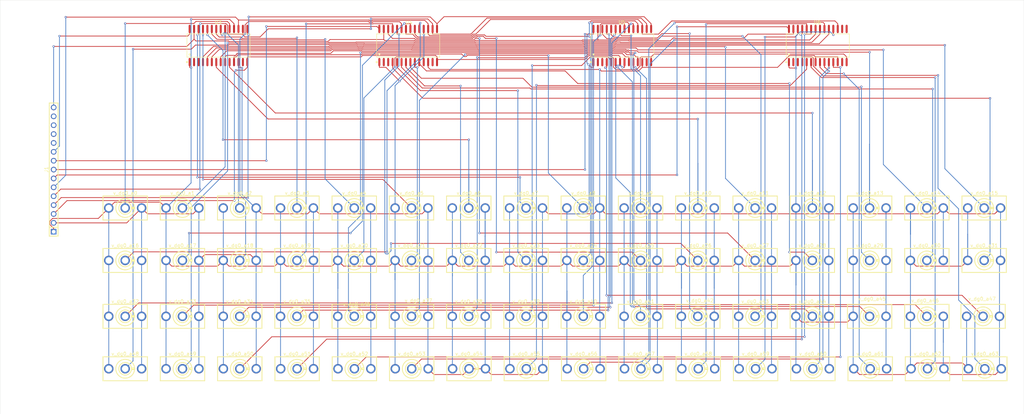
<source format=kicad_pcb>
(kicad_pcb (version 20241229) (generator "pcbnew") (generator_version "9.0")
  (layers (0 "F.Cu" signal) (2 "B.Cu" signal) (13 "F.Paste" user) (15 "B.Paste" user) (5 "F.SilkS" user "F.Silkscreen") (7 "B.SilkS" user "B.Silkscreen") (1 "F.Mask" user) (3 "B.Mask" user) (25 "Edge.Cuts" user))
  (net 0 "")
  (net 1 "Net-(J1-Pin_2)")
  (net 2 "Net-(J1-Pin_1)")
  (net 3 "Net-(J1-Pin_3)")
  (net 4 "Net-(J1-Pin_4)")
  (net 5 "Net-(J1-Pin_5)")
  (net 6 "Net-(J1-Pin_6)")
  (net 7 "Net-(J1-Pin_10)")
  (net 8 "Net-(J1-Pin_9)")
  (net 9 "Net-(J1-Pin_8)")
  (net 10 "Net-(J1-Pin_7)")
  (net 13 "Net-(J1-Pin_15)")
  (net 16 "Net-(U3-IN9)")
  (net 17 "Net-(U3-IN8)")
  (net 18 "Net-(U3-IN6)")
  (net 19 "Net-(U3-IN1)")
  (net 20 "Net-(U3-IN16)")
  (net 21 "Net-(U3-IN10)")
  (net 22 "Net-(U3-IN7)")
  (net 23 "Net-(U3-IN14)")
  (net 24 "Net-(U3-IN4)")
  (net 26 "Net-(U3-IN13)")
  (net 27 "Net-(U3-IN3)")
  (net 28 "Net-(U3-IN2)")
  (net 29 "Net-(U3-IN11)")
  (net 30 "Net-(U3-IN12)")
  (net 31 "Net-(U3-IN5)")
  (net 32 "Net-(U3-IN15)")
  (net 33 "Net-(U4-IN1)")
  (net 35 "Net-(U4-IN3)")
  (net 36 "Net-(U4-IN14)")
  (net 37 "Net-(U4-IN10)")
  (net 38 "Net-(U4-IN16)")
  (net 41 "Net-(U4-IN7)")
  (net 42 "Net-(U4-IN2)")
  (net 44 "Net-(U4-IN5)")
  (net 45 "Net-(U4-IN11)")
  (net 46 "Net-(U4-IN6)")
  (net 47 "Net-(U4-IN13)")
  (net 49 "Net-(U4-IN12)")
  (net 50 "Net-(U4-IN9)")
  (net 51 "Net-(U4-IN4)")
  (net 52 "Net-(U4-IN8)")
  (net 53 "Net-(U4-IN15)")
  (net 55 "Net-(U5-IN12)")
  (net 56 "Net-(U5-IN3)")
  (net 57 "Net-(U5-IN8)")
  (net 58 "Net-(U5-IN2)")
  (net 59 "Net-(U5-IN7)")
  (net 60 "Net-(U5-IN14)")
  (net 61 "Net-(U5-IN9)")
  (net 62 "Net-(U5-IN4)")
  (net 64 "Net-(U5-IN10)")
  (net 65 "Net-(U5-IN1)")
  (net 66 "Net-(U5-IN5)")
  (net 67 "Net-(U5-IN6)")
  (net 69 "Net-(U5-IN11)")
  (net 70 "Net-(U5-IN13)")
  (net 72 "Net-(U6-IN12)")
  (net 73 "Net-(U6-IN5)")
  (net 74 "Net-(U6-IN2)")
  (net 75 "Net-(U6-IN6)")
  (net 76 "Net-(U6-IN16)")
  (net 78 "Net-(U6-IN7)")
  (net 79 "Net-(U6-IN10)")
  (net 80 "Net-(U6-IN15)")
  (net 81 "Net-(U6-IN14)")
  (net 82 "Net-(U6-IN11)")
  (net 83 "Net-(U6-IN8)")
  (net 85 "Net-(U6-IN3)")
  (net 86 "Net-(U6-IN9)")
  (net 87 "Net-(U6-IN4)")
  (net 88 "Net-(U6-IN1)")
  (net 89 "Net-(U5-IN16)")
  (net 90 "Net-(U5-IN15)")
  (net 91 "Net-(U6-IN13)")
  (footprint "SPDT:SW-TH_100SP1T1B1M2QEH" (layer "F.Cu") (at 170.3969 147.5)
    (property "Reference" "v_dg0_a40")
    (property "Value" "SW_SPDT")
  )
  (footprint "SPDT:SW-TH_100SP1T1B1M2QEH" (layer "F.Cu") (at 252.3324 131.5)
    (property "Reference" "v_dg0_a29")
    (property "Value" "SW_SPDT")
  )
  (footprint "SPDT:SW-TH_100SP1T1B1M2QEH" (layer "F.Cu") (at 219.5631 116.5)
    (property "Reference" "v_dg0_a11")
    (property "Value" "SW_SPDT")
  )
  (footprint "SPDT:SW-TH_100SP1T1B1M2QEH" (layer "F.Cu") (at 154.0129 116.5)
    (property "Reference" "v_dg0_a7")
    (property "Value" "SW_SPDT")
  )
  (footprint "SPDT:SW-TH_100SP1T1B1M2QEH" (layer "F.Cu") (at 121.2356 131.5)
    (property "Reference" "v_dg0_a21")
    (property "Value" "SW_SPDT")
  )
  (footprint "SPDT:SW-TH_100SP1T1B1M2QEH" (layer "F.Cu") (at 170.4004 116.5)
    (property "Reference" "v_dg0_a8")
    (property "Value" "SW_SPDT")
  )
  (footprint "SPDT:SW-TH_100SP1T1B1M2QEH" (layer "F.Cu") (at 203.1756 116.5)
    (property "Reference" "v_dg0_a10")
    (property "Value" "SW_SPDT")
  )
  (footprint "SPDT:SW-TH_100SP1T1B1M2QEH" (layer "F.Cu") (at 39.3 162.5)
    (property "Reference" "v_dg0_a48")
    (property "Value" "SW_SPDT")
  )
  (footprint "SPDT:SW-TH_100SP1T1B1M2QEH" (layer "F.Cu") (at 252.5 162.5)
    (property "Reference" "v_dg0_a61")
    (property "Value" "SW_SPDT")
  )
  (footprint "SPDT:SW-TH_100SP1T1B1M2QEH" (layer "F.Cu") (at 154.0098 147.5)
    (property "Reference" "v_dg0_a39")
    (property "Value" "SW_SPDT")
  )
  (footprint "SPDT:SW-TH_100SP1T1B1M2QEH" (layer "F.Cu") (at 268.7258 116.5)
    (property "Reference" "v_dg0_a14")
    (property "Value" "SW_SPDT")
  )
  (footprint "SPDT:SW-TH_100SP1T1B1M2QEH" (layer "F.Cu") (at 104.8484 131.5)
    (property "Reference" "v_dg0_a20")
    (property "Value" "SW_SPDT")
  )
  (footprint "SPDT:SW-TH_100SP1T1B1M2QEH" (layer "F.Cu") (at 268.7196 147.5)
    (property "Reference" "v_dg0_a46")
    (property "Value" "SW_SPDT")
  )
  (footprint "SPDT:SW-TH_100SP1T1B1M2QEH" (layer "F.Cu") (at 203.1711 147.5)
    (property "Reference" "v_dg0_a42")
    (property "Value" "SW_SPDT")
  )
  (footprint "SPDT:SW-TH_100SP1T1B1M2QEH" (layer "F.Cu") (at 219.5582 131.5)
    (property "Reference" "v_dg0_a27")
    (property "Value" "SW_SPDT")
  )
  (footprint "16bitReg:SOIC-28_L17.9-W7.5-P1.27-LS10.3-BL" (layer "F.Cu") (at 66 70)
    (property "Reference" "U3")
    (property "Value" "HI9P0506-5")
  )
  (footprint "SPDT:SW-TH_100SP1T1B1M2QEH" (layer "F.Cu") (at 203.1711 131.5)
    (property "Reference" "v_dg0_a26")
    (property "Value" "SW_SPDT")
  )
  (footprint "SPDT:SW-TH_100SP1T1B1M2QEH" (layer "F.Cu") (at 186.784 147.5)
    (property "Reference" "v_dg0_a41")
    (property "Value" "SW_SPDT")
  )
  (footprint "SPDT:SW-TH_100SP1T1B1M2QEH" (layer "F.Cu") (at 252.3382 116.5)
    (property "Reference" "v_dg0_a13")
    (property "Value" "SW_SPDT")
  )
  (footprint "SPDT:SW-TH_100SP1T1B1M2QEH" (layer "F.Cu") (at 186.784 131.5)
    (property "Reference" "v_dg0_a25")
    (property "Value" "SW_SPDT")
  )
  (footprint "SPDT:SW-TH_100SP1T1B1M2QEH" (layer "F.Cu") (at 104.8484 147.5)
    (property "Reference" "v_dg0_a36")
    (property "Value" "SW_SPDT")
  )
  (footprint "SPDT:SW-TH_100SP1T1B1M2QEH" (layer "F.Cu") (at 235.9453 131.5)
    (property "Reference" "v_dg0_a28")
    (property "Value" "SW_SPDT")
  )
  (footprint "SPDT:SW-TH_100SP1T1B1M2QEH" (layer "F.Cu") (at 236.1 162.5)
    (property "Reference" "v_dg0_a60")
    (property "Value" "SW_SPDT")
  )
  (footprint "SPDT:SW-TH_100SP1T1B1M2QEH" (layer "F.Cu") (at 170.3969 131.5)
    (property "Reference" "v_dg0_a24")
    (property "Value" "SW_SPDT")
  )
  (footprint "SPDT:SW-TH_100SP1T1B1M2QEH" (layer "F.Cu") (at 285.1067 131.5)
    (property "Reference" "v_dg0_a31")
    (property "Value" "SW_SPDT")
  )
  (footprint "SPDT:SW-TH_100SP1T1B1M2QEH" (layer "F.Cu") (at 203.3 162.5)
    (property "Reference" "v_dg0_a58")
    (property "Value" "SW_SPDT")
  )
  (footprint "16bitReg:SOIC-28_L17.9-W7.5-P1.27-LS10.3-BL" (layer "F.Cu") (at 237.5 70)
    (property "Reference" "U6")
    (property "Value" "HI9P0506-5")
  )
  (footprint "1x15_conn:HDR-TH_15P-P2.54-V-M" (layer "F.Cu") (at 18.831 105.506 90)
    (property "Reference" "J1")
    (property "Value" "Conn_01x15")
  )
  (footprint "SPDT:SW-TH_100SP1T1B1M2QEH" (layer "F.Cu") (at 268.9 162.5)
    (property "Reference" "v_dg0_a62")
    (property "Value" "SW_SPDT")
  )
  (footprint "16bitReg:SOIC-28_L17.9-W7.5-P1.27-LS10.3-BL" (layer "F.Cu") (at 181.555 70)
    (property "Reference" "U5")
    (property "Value" "HI9P0506-5")
  )
  (footprint "SPDT:SW-TH_100SP1T1B1M2QEH" (layer "F.Cu") (at 137.6227 131.5)
    (property "Reference" "v_dg0_a22")
    (property "Value" "SW_SPDT")
  )
  (footprint "SPDT:SW-TH_100SP1T1B1M2QEH" (layer "F.Cu") (at 72.0742 147.5)
    (property "Reference" "v_dg0_a34")
    (property "Value" "SW_SPDT")
  )
  (footprint "SPDT:SW-TH_100SP1T1B1M2QEH" (layer "F.Cu") (at 186.9 162.5)
    (property "Reference" "v_dg0_a57")
    (property "Value" "SW_SPDT")
  )
  (footprint "SPDT:SW-TH_100SP1T1B1M2QEH" (layer "F.Cu") (at 39.3 131.5)
    (property "Reference" "v_dg0_a16")
    (property "Value" "SW_SPDT")
  )
  (footprint "SPDT:SW-TH_100SP1T1B1M2QEH" (layer "F.Cu") (at 72.1 162.5)
    (property "Reference" "v_dg0_a50")
    (property "Value" "SW_SPDT")
  )
  (footprint "SPDT:SW-TH_100SP1T1B1M2QEH" (layer "F.Cu") (at 285.1133 116.5)
    (property "Reference" "v_dg0_a15")
    (property "Value" "SW_SPDT")
  )
  (footprint "SPDT:SW-TH_100SP1T1B1M2QEH" (layer "F.Cu") (at 88.4613 131.5)
    (property "Reference" "v_dg0_a19")
    (property "Value" "SW_SPDT")
  )
  (footprint "SPDT:SW-TH_100SP1T1B1M2QEH" (layer "F.Cu") (at 55.6871 147.5)
    (property "Reference" "v_dg0_a33")
    (property "Value" "SW_SPDT")
  )
  (footprint "16bitReg:SOIC-28_L17.9-W7.5-P1.27-LS10.3-BL" (layer "F.Cu") (at 120.285 70)
    (property "Reference" "U4")
    (property "Value" "HI9P0506-5")
  )
  (footprint "SPDT:SW-TH_100SP1T1B1M2QEH" (layer "F.Cu") (at 154.1 162.5)
    (property "Reference" "v_dg0_a55")
    (property "Value" "SW_SPDT")
  )
  (footprint "SPDT:SW-TH_100SP1T1B1M2QEH" (layer "F.Cu") (at 121.3 162.5)
    (property "Reference" "v_dg0_a53")
    (property "Value" "SW_SPDT")
  )
  (footprint "SPDT:SW-TH_100SP1T1B1M2QEH" (layer "F.Cu") (at 55.6876 116.5)
    (property "Reference" "v_dg0_a1")
    (property "Value" "SW_SPDT")
  )
  (footprint "SPDT:SW-TH_100SP1T1B1M2QEH" (layer "F.Cu") (at 137.6253 116.5)
    (property "Reference" "v_dg0_a6")
    (property "Value" "SW_SPDT")
  )
  (footprint "SPDT:SW-TH_100SP1T1B1M2QEH" (layer "F.Cu") (at 219.7 162.5)
    (property "Reference" "v_dg0_a59")
    (property "Value" "SW_SPDT")
  )
  (footprint "SPDT:SW-TH_100SP1T1B1M2QEH" (layer "F.Cu") (at 88.4627 116.5)
    (property "Reference" "v_dg0_a3")
    (property "Value" "SW_SPDT")
  )
  (footprint "SPDT:SW-TH_100SP1T1B1M2QEH" (layer "F.Cu") (at 121.2356 147.5)
    (property "Reference" "v_dg0_a37")
    (property "Value" "SW_SPDT")
  )
  (footprint "SPDT:SW-TH_100SP1T1B1M2QEH" (layer "F.Cu") (at 235.9507 116.5)
    (property "Reference" "v_dg0_a12")
    (property "Value" "SW_SPDT")
  )
  (footprint "SPDT:SW-TH_100SP1T1B1M2QEH" (layer "F.Cu") (at 72.0742 131.5)
    (property "Reference" "v_dg0_a18")
    (property "Value" "SW_SPDT")
  )
  (footprint "SPDT:SW-TH_100SP1T1B1M2QEH" (layer "F.Cu") (at 39.3 116.5)
    (property "Reference" "v_dg0_a0")
    (property "Value" "SW_SPDT")
  )
  (footprint "SPDT:SW-TH_100SP1T1B1M2QEH" (layer "F.Cu") (at 88.4613 147.5)
    (property "Reference" "v_dg0_a35")
    (property "Value" "SW_SPDT")
  )
  (footprint "SPDT:SW-TH_100SP1T1B1M2QEH" (layer "F.Cu") (at 72.0751 116.5)
    (property "Reference" "v_dg0_a2")
    (property "Value" "SW_SPDT")
  )
  (footprint "SPDT:SW-TH_100SP1T1B1M2QEH" (layer "F.Cu") (at 268.7196 131.5)
    (property "Reference" "v_dg0_a30")
    (property "Value" "SW_SPDT")
  )
  (footprint "SPDT:SW-TH_100SP1T1B1M2QEH" (layer "F.Cu") (at 39.3 147.5)
    (property "Reference" "v_dg0_a32")
    (property "Value" "SW_SPDT")
  )
  (footprint "SPDT:SW-TH_100SP1T1B1M2QEH" (layer "F.Cu") (at 186.788 116.5)
    (property "Reference" "v_dg0_a9")
    (property "Value" "SW_SPDT")
  )
  (footprint "SPDT:SW-TH_100SP1T1B1M2QEH" (layer "F.Cu") (at 252.3324 147.5)
    (property "Reference" "v_dg0_a45")
    (property "Value" "SW_SPDT")
  )
  (footprint "SPDT:SW-TH_100SP1T1B1M2QEH" (layer "F.Cu") (at 104.9 162.5)
    (property "Reference" "v_dg0_a52")
    (property "Value" "SW_SPDT")
  )
  (footprint "SPDT:SW-TH_100SP1T1B1M2QEH" (layer "F.Cu") (at 284.8 147.5)
    (property "Reference" "v_dg0_a47")
    (property "Value" "SW_SPDT")
  )
  (footprint "SPDT:SW-TH_100SP1T1B1M2QEH" (layer "F.Cu") (at 104.8502 116.5)
    (property "Reference" "v_dg0_a4")
    (property "Value" "SW_SPDT")
  )
  (footprint "SPDT:SW-TH_100SP1T1B1M2QEH" (layer "F.Cu") (at 137.6227 147.5)
    (property "Reference" "v_dg0_a38")
    (property "Value" "SW_SPDT")
  )
  (footprint "SPDT:SW-TH_100SP1T1B1M2QEH" (layer "F.Cu") (at 88.5 162.5)
    (property "Reference" "v_dg0_a51")
    (property "Value" "SW_SPDT")
  )
  (footprint "SPDT:SW-TH_100SP1T1B1M2QEH" (layer "F.Cu") (at 219.5582 147.5)
    (property "Reference" "v_dg0_a43")
    (property "Value" "SW_SPDT")
  )
  (footprint "SPDT:SW-TH_100SP1T1B1M2QEH" (layer "F.Cu") (at 235.9453 147.5)
    (property "Reference" "v_dg0_a44")
    (property "Value" "SW_SPDT")
  )
  (footprint "SPDT:SW-TH_100SP1T1B1M2QEH" (layer "F.Cu") (at 121.2378 116.5)
    (property "Reference" "v_dg0_a5")
    (property "Value" "SW_SPDT")
  )
  (footprint "SPDT:SW-TH_100SP1T1B1M2QEH" (layer "F.Cu") (at 154.0098 131.5)
    (property "Reference" "v_dg0_a23")
    (property "Value" "SW_SPDT")
  )
  (footprint "SPDT:SW-TH_100SP1T1B1M2QEH" (layer "F.Cu") (at 55.7 162.5)
    (property "Reference" "v_dg0_a49")
    (property "Value" "SW_SPDT")
  )
  (footprint "SPDT:SW-TH_100SP1T1B1M2QEH" (layer "F.Cu") (at 55.6871 131.5)
    (property "Reference" "v_dg0_a17")
    (property "Value" "SW_SPDT")
  )
  (footprint "SPDT:SW-TH_100SP1T1B1M2QEH" (layer "F.Cu") (at 170.5 162.5)
    (property "Reference" "v_dg0_a56")
    (property "Value" "SW_SPDT")
  )
  (footprint "SPDT:SW-TH_100SP1T1B1M2QEH" (layer "F.Cu") (at 137.7 162.5)
    (property "Reference" "v_dg0_a54")
    (property "Value" "SW_SPDT")
  )
  (footprint "SPDT:SW-TH_100SP1T1B1M2QEH" (layer "F.Cu") (at 285.3 162.5)
    (property "Reference" "v_dg0_a63")
    (property "Value" "SW_SPDT")
  )
  (gr_rect (start 3.5 57) (end 296.5 175.5) (stroke (width 0.05)) (fill no) (layer "Edge.Cuts"))
  (segment (start 109.5502 117.3258) (end 109.5502 116.5) (width 0.2) (layer "F.Cu") (net 1))
  (segment (start 144.052 164.152) (end 157.148 164.152) (width 0.2) (layer "F.Cu") (net 1))
  (segment (start 76.7751 116.5) (end 78.4268 118.152) (width 0.2) (layer "F.Cu") (net 1))
  (segment (start 273.4259 116.5001) (end 271.774 118.152) (width 0.2) (layer "F.Cu") (net 1))
  (segment (start 109.55 117.326) (end 109.5502 117.3258) (width 0.2) (layer "F.Cu") (net 1))
  (segment (start 91.511 118.152) (end 93.1627 116.5) (width 0.2) (layer "F.Cu") (net 1))
  (segment (start 71.715 76.2397) (end 72.527 76.2397) (width 0.2) (layer "F.Cu") (net 1))
  (segment (start 173.449 118.152) (end 174.2745 117.326) (width 0.2) (layer "F.Cu") (net 1))
  (segment (start 224.263 118.152) (end 207.876 118.152) (width 0.2) (layer "F.Cu") (net 1))
  (segment (start 289.8133 116.5) (end 288.5641 117.7492) (width 0.2) (layer "F.Cu") (net 1))
  (segment (start 236.865 74.744) (end 236.865 73.2483) (width 0.2) (layer "F.Cu") (net 1))
  (segment (start 71.715 74.744) (end 71.715 76.2397) (width 0.2) (layer "F.Cu") (net 1))
  (segment (start 175.1 116.5) (end 176.753 118.152) (width 0.2) (layer "F.Cu") (net 1))
  (segment (start 136.036 164.164) (end 137.7 162.5) (width 0.2) (layer "F.Cu") (net 1))
  (segment (start 157.148 164.152) (end 158.8 162.5) (width 0.2) (layer "F.Cu") (net 1))
  (segment (start 288.5641 117.7497) (end 288.162 118.152) (width 0.2) (layer "F.Cu") (net 1))
  (segment (start 160.365 118.152) (end 173.449 118.152) (width 0.2) (layer "F.Cu") (net 1))
  (segment (start 207.876 118.152) (end 207.876 116.5) (width 0.2) (layer "F.Cu") (net 1))
  (segment (start 273.4258 116.5) (end 273.4259 116.5001) (width 0.2) (layer "F.Cu") (net 1))
  (segment (start 257.038 117.326) (end 257.0382 117.3258) (width 0.2) (layer "F.Cu") (net 1))
  (segment (start 288.162 118.152) (end 275.078 118.152) (width 0.2) (layer "F.Cu") (net 1))
  (segment (start 174.2745 117.326) (end 175.1 116.5) (width 0.2) (layer "F.Cu") (net 1))
  (segment (start 224.263 117.326) (end 224.263 116.5) (width 0.2) (layer "F.Cu") (net 1))
  (segment (start 288.336 164.164) (end 290 162.5) (width 0.2) (layer "F.Cu") (net 1))
  (segment (start 207.876 118.152) (end 191.488 118.152) (width 0.2) (layer "F.Cu") (net 1))
  (segment (start 142.4 162.5) (end 144.052 164.152) (width 0.2) (layer "F.Cu") (net 1))
  (segment (start 18.831 120.746) (end 39.754 120.746) (width 0.2) (layer "F.Cu") (net 1))
  (segment (start 127.664 164.164) (end 136.036 164.164) (width 0.2) (layer "F.Cu") (net 1))
  (segment (start 94.815 118.152) (end 109.55 118.152) (width 0.2) (layer "F.Cu") (net 1))
  (segment (start 240.651 118.152) (end 224.263 118.152) (width 0.2) (layer "F.Cu") (net 1))
  (segment (start 275.264 164.164) (end 288.336 164.164) (width 0.2) (layer "F.Cu") (net 1))
  (segment (start 224.2631 117.3259) (end 224.2631 116.5) (width 0.2) (layer "F.Cu") (net 1))
  (segment (start 229.401 72.8466) (end 226.008 76.2397) (width 0.2) (layer "F.Cu") (net 1))
  (segment (start 236.865 73.2483) (end 236.463 72.8466) (width 0.2) (layer "F.Cu") (net 1))
  (segment (start 125.9378 116.5002) (end 125.9378 116.5) (width 0.2) (layer "F.Cu") (net 1))
  (segment (start 176.753 118.152) (end 191.488 118.152) (width 0.2) (layer "F.Cu") (net 1))
  (segment (start 175.102 76.8466) (end 175.566 77.3101) (width 0.2) (layer "F.Cu") (net 1))
  (segment (start 257.0382 117.3258) (end 257.0382 116.5) (width 0.2) (layer "F.Cu") (net 1))
  (segment (start 257.038 118.152) (end 240.651 118.152) (width 0.2) (layer "F.Cu") (net 1))
  (segment (start 207.8756 116.5) (end 207.876 116.5) (width 0.2) (layer "F.Cu") (net 1))
  (segment (start 39.754 120.746) (end 44 116.5) (width 0.2) (layer "F.Cu") (net 1))
  (segment (start 109.55 116.5) (end 109.55 117.326) (width 0.2) (layer "F.Cu") (net 1))
  (segment (start 109.55 118.152) (end 124.286 118.152) (width 0.2) (layer "F.Cu") (net 1))
  (segment (start 175.1004 116.5001) (end 175.1004 116.5) (width 0.2) (layer "F.Cu") (net 1))
  (segment (start 174.2745 117.326) (end 175.1004 116.5001) (width 0.2) (layer "F.Cu") (net 1))
  (segment (start 93.1627 116.5) (end 94.815 118.152) (width 0.2) (layer "F.Cu") (net 1))
  (segment (start 224.263 118.152) (end 224.263 117.326) (width 0.2) (layer "F.Cu") (net 1))
  (segment (start 187.27 74.744) (end 187.27 76.2397) (width 0.2) (layer "F.Cu") (net 1))
  (segment (start 275.078 118.152) (end 273.426 116.5) (width 0.2) (layer "F.Cu") (net 1))
  (segment (start 191.488 118.152) (end 191.488 116.5) (width 0.2) (layer "F.Cu") (net 1))
  (segment (start 273.426 116.5) (end 273.4259 116.5001) (width 0.2) (layer "F.Cu") (net 1))
  (segment (start 224.263 117.326) (end 224.2631 117.3259) (width 0.2) (layer "F.Cu") (net 1))
  (segment (start 175.102 76.8466) (end 126.607 76.8466) (width 0.2) (layer "F.Cu") (net 1))
  (segment (start 60.3871 131.5) (end 62.0388 129.848) (width 0.2) (layer "F.Cu") (net 1))
  (segment (start 124.286 118.152) (end 125.9378 116.5002) (width 0.2) (layer "F.Cu") (net 1))
  (segment (start 125.9378 116.5002) (end 125.938 116.5) (width 0.2) (layer "F.Cu") (net 1))
  (segment (start 137.7 162.5) (end 142.4 162.5) (width 0.2) (layer "F.Cu") (net 1))
  (segment (start 271.774 118.152) (end 257.038 118.152) (width 0.2) (layer "F.Cu") (net 1))
  (segment (start 44 116.5) (end 45.658 118.158) (width 0.2) (layer "F.Cu") (net 1))
  (segment (start 126 162.5) (end 127.664 164.164) (width 0.2) (layer "F.Cu") (net 1))
  (segment (start 273.6 162.5) (end 275.264 164.164) (width 0.2) (layer "F.Cu") (net 1))
  (segment (start 126 76.2397) (end 126 74.744) (width 0.2) (layer "F.Cu") (net 1))
  (segment (start 288.5641 117.7492) (end 288.5641 117.7497) (width 0.2) (layer "F.Cu") (net 1))
  (segment (start 243.215 73.2483) (end 236.865 73.2483) (width 0.2) (layer "F.Cu") (net 1))
  (segment (start 75.1225 129.848) (end 76.7742 131.5) (width 0.2) (layer "F.Cu") (net 1))
  (segment (start 257.038 118.152) (end 257.038 117.326) (width 0.2) (layer "F.Cu") (net 1))
  (segment (start 243.215 74.744) (end 243.215 73.2483) (width 0.2) (layer "F.Cu") (net 1))
  (segment (start 240.651 118.152) (end 240.651 116.5) (width 0.2) (layer "F.Cu") (net 1))
  (segment (start 236.463 72.8466) (end 229.401 72.8466) (width 0.2) (layer "F.Cu") (net 1))
  (segment (start 72.527 76.2397) (end 72.7402 76.4529) (width 0.2) (layer "F.Cu") (net 1))
  (segment (start 78.4268 118.152) (end 91.511 118.152) (width 0.2) (layer "F.Cu") (net 1))
  (segment (start 240.6507 116.5) (end 240.651 116.5) (width 0.2) (layer "F.Cu") (net 1))
  (segment (start 186.2 77.3101) (end 187.27 76.2397) (width 0.2) (layer "F.Cu") (net 1))
  (segment (start 126.607 76.8466) (end 126 76.2397) (width 0.2) (layer "F.Cu") (net 1))
  (segment (start 62.0388 129.848) (end 75.1225 129.848) (width 0.2) (layer "F.Cu") (net 1))
  (segment (start 289.813 116.5) (end 288.5641 117.7497) (width 0.2) (layer "F.Cu") (net 1))
  (segment (start 109.55 117.326) (end 109.55 118.152) (width 0.2) (layer "F.Cu") (net 1))
  (segment (start 226.008 76.2397) (end 187.27 76.2397) (width 0.2) (layer "F.Cu") (net 1))
  (segment (start 158.713 116.5) (end 160.365 118.152) (width 0.2) (layer "F.Cu") (net 1))
  (segment (start 257.038 117.326) (end 257.038 116.5) (width 0.2) (layer "F.Cu") (net 1))
  (segment (start 45.658 118.158) (end 58.7296 118.158) (width 0.2) (layer "F.Cu") (net 1))
  (segment (start 175.566 77.3101) (end 186.2 77.3101) (width 0.2) (layer "F.Cu") (net 1))
  (segment (start 58.7296 118.158) (end 60.3876 116.5) (width 0.2) (layer "F.Cu") (net 1))
  (segment (start 158.7129 116.5) (end 158.713 116.5) (width 0.2) (layer "F.Cu") (net 1))
  (via (at 72.7402 76.4529) (size 0.6) (drill 0.3) (layers "F.Cu" "B.Cu") (net 1))
  (via (at 175.102 76.8466) (size 0.6) (drill 0.3) (layers "F.Cu" "B.Cu") (net 1))
  (segment (start 207.8711 150.9041) (end 207.8711 147.5) (width 0.2) (layer "B.Cu") (net 1))
  (segment (start 240.648 116.5025) (end 240.6482 116.5025) (width 0.2) (layer "B.Cu") (net 1))
  (segment (start 125.9356 132.0006) (end 125.9356 131.5) (width 0.2) (layer "B.Cu") (net 1))
  (segment (start 60.4 162.5) (end 60.3871 162.487) (width 0.2) (layer "B.Cu") (net 1))
  (segment (start 273.42 116.506) (end 273.42 131.5) (width 0.2) (layer "B.Cu") (net 1))
  (segment (start 207.876 116.5) (end 207.8735 116.502) (width 0.2) (layer "B.Cu") (net 1))
  (segment (start 158.71 146.955) (end 158.71 162.41) (width 0.2) (layer "B.Cu") (net 1))
  (segment (start 273.4258 116.5002) (end 273.42 116.506) (width 0.2) (layer "B.Cu") (net 1))
  (segment (start 93.1613 147.5) (end 93.1613 131.5) (width 0.2) (layer "B.Cu") (net 1))
  (segment (start 175.0969 146.1001) (end 175.0969 147.5) (width 0.2) (layer "B.Cu") (net 1))
  (segment (start 240.6453 132.0022) (end 240.6453 131.5) (width 0.2) (layer "B.Cu") (net 1))
  (segment (start 273.42 154.91) (end 273.4196 154.9096) (width 0.2) (layer "B.Cu") (net 1))
  (segment (start 72.7402 112.659) (end 72.7402 76.4529) (width 0.2) (layer "B.Cu") (net 1))
  (segment (start 93.1627 116.5) (end 93.1613 116.501) (width 0.2) (layer "B.Cu") (net 1))
  (segment (start 158.7129 116.5001) (end 158.71 116.503) (width 0.2) (layer "B.Cu") (net 1))
  (segment (start 125.936 132.001) (end 125.9356 132.0006) (width 0.2) (layer "B.Cu") (net 1))
  (segment (start 175.102 76.8466) (end 175.1 76.8482) (width 0.2) (layer "B.Cu") (net 1))
  (segment (start 207.8711 139.4374) (end 207.8711 131.5) (width 0.2) (layer "B.Cu") (net 1))
  (segment (start 257.032 132.003) (end 257.032 116.506) (width 0.2) (layer "B.Cu") (net 1))
  (segment (start 125.9378 116.5) (end 125.9379 116.5001) (width 0.2) (layer "B.Cu") (net 1))
  (segment (start 93.1613 116.501) (end 93.1613 131.5) (width 0.2) (layer "B.Cu") (net 1))
  (segment (start 207.8735 116.502) (end 207.871 116.504) (width 0.2) (layer "B.Cu") (net 1))
  (segment (start 224.2582 147.5) (end 224.258 147.5) (width 0.2) (layer "B.Cu") (net 1))
  (segment (start 290 162.5) (end 289.5 162) (width 0.2) (layer "B.Cu") (net 1))
  (segment (start 207.871 116.504) (end 207.871 139.4375) (width 0.2) (layer "B.Cu") (net 1))
  (segment (start 224.258 131.5) (end 224.258 147.5) (width 0.2) (layer "B.Cu") (net 1))
  (segment (start 207.871 150.9042) (end 207.871 162.371) (width 0.2) (layer "B.Cu") (net 1))
  (segment (start 175.2 147.603) (end 175.2 162.5) (width 0.2) (layer "B.Cu") (net 1))
  (segment (start 158.71 116.503) (end 158.71 131.5) (width 0.2) (layer "B.Cu") (net 1))
  (segment (start 109.548 116.502) (end 109.549 116.501) (width 0.2) (layer "B.Cu") (net 1))
  (segment (start 44 162.5) (end 44 147.5) (width 0.2) (layer "B.Cu") (net 1))
  (segment (start 224.2605 116.5025) (end 224.258 116.505) (width 0.2) (layer "B.Cu") (net 1))
  (segment (start 191.488 116.5) (end 191.484 116.504) (width 0.2) (layer "B.Cu") (net 1))
  (segment (start 125.9356 147.5) (end 125.936 147.5) (width 0.2) (layer "B.Cu") (net 1))
  (segment (start 191.6 147.616) (end 191.484 147.5) (width 0.2) (layer "B.Cu") (net 1))
  (segment (start 175.1 76.8482) (end 175.1 116.5) (width 0.2) (layer "B.Cu") (net 1))
  (segment (start 273.42 154.91) (end 273.42 147.5) (width 0.2) (layer "B.Cu") (net 1))
  (segment (start 257.035 116.503) (end 257.038 116.5) (width 0.2) (layer "B.Cu") (net 1))
  (segment (start 109.548 131.5) (end 109.548 116.502) (width 0.2) (layer "B.Cu") (net 1))
  (segment (start 125.9379 116.5001) (end 125.936 116.502) (width 0.2) (layer "B.Cu") (net 1))
  (segment (start 257.0352 116.503) (end 257.0382 116.5) (width 0.2) (layer "B.Cu") (net 1))
  (segment (start 257.032 132.003) (end 257.0324 132.0026) (width 0.2) (layer "B.Cu") (net 1))
  (segment (start 273.4196 154.9096) (end 273.4196 147.5) (width 0.2) (layer "B.Cu") (net 1))
  (segment (start 207.871 150.9042) (end 207.8711 150.9041) (width 0.2) (layer "B.Cu") (net 1))
  (segment (start 175.097 131.5) (end 175.097 146.1) (width 0.2) (layer "B.Cu") (net 1))
  (segment (start 158.71 131.5) (end 158.71 146.955) (width 0.2) (layer "B.Cu") (net 1))
  (segment (start 142.3253 116.5) (end 142.3253 124.6197) (width 0.2) (layer "B.Cu") (net 1))
  (segment (start 109.549 116.501) (end 109.5492 116.501) (width 0.2) (layer "B.Cu") (net 1))
  (segment (start 125.936 116.502) (end 125.936 132.001) (width 0.2) (layer "B.Cu") (net 1))
  (segment (start 289.8067 131.5003) (end 289.8067 131.5) (width 0.2) (layer "B.Cu") (net 1))
  (segment (start 240.645 132.0025) (end 240.645 116.505) (width 0.2) (layer "B.Cu") (net 1))
  (segment (start 142.3227 147.5) (end 142.323 147.5) (width 0.2) (layer "B.Cu") (net 1))
  (segment (start 109.5484 131.5) (end 109.548 131.5) (width 0.2) (layer "B.Cu") (net 1))
  (segment (start 207.871 139.4375) (end 207.871 150.9042) (width 0.2) (layer "B.Cu") (net 1))
  (segment (start 175.1 116.5) (end 175.097 116.504) (width 0.2) (layer "B.Cu") (net 1))
  (segment (start 158.7098 146.9552) (end 158.7098 147.5) (width 0.2) (layer "B.Cu") (net 1))
  (segment (start 76.7742 131.5) (end 76.7742 116.501) (width 0.2) (layer "B.Cu") (net 1))
  (segment (start 60.3876 116.5) (end 60.3871 116.5) (width 0.2) (layer "B.Cu") (net 1))
  (segment (start 207.871 139.4375) (end 207.8711 139.4374) (width 0.2) (layer "B.Cu") (net 1))
  (segment (start 240.8 162.5) (end 240.645 162.345) (width 0.2) (layer "B.Cu") (net 1))
  (segment (start 191.484 147.5) (end 191.484 131.5) (width 0.2) (layer "B.Cu") (net 1))
  (segment (start 240.6482 116.5025) (end 240.6507 116.5) (width 0.2) (layer "B.Cu") (net 1))
  (segment (start 76.7742 147.5) (end 76.7742 131.5) (width 0.2) (layer "B.Cu") (net 1))
  (segment (start 240.645 162.345) (end 240.645 147.5) (width 0.2) (layer "B.Cu") (net 1))
  (segment (start 60.3871 116.5) (end 60.3871 131.5) (width 0.2) (layer "B.Cu") (net 1))
  (segment (start 224.258 147.5) (end 224.258 162.358) (width 0.2) (layer "B.Cu") (net 1))
  (segment (start 76.8 162.5) (end 76.8 147.526) (width 0.2) (layer "B.Cu") (net 1))
  (segment (start 44 116.5) (end 44 131.5) (width 0.2) (layer "B.Cu") (net 1))
  (segment (start 224.258 162.358) (end 224.4 162.5) (width 0.2) (layer "B.Cu") (net 1))
  (segment (start 142.323 116.503) (end 142.325 116.5) (width 0.2) (layer "B.Cu") (net 1))
  (segment (start 257.035 116.503) (end 257.0352 116.503) (width 0.2) (layer "B.Cu") (net 1))
  (segment (start 191.484 116.504) (end 191.484 131.5) (width 0.2) (layer "B.Cu") (net 1))
  (segment (start 224.263 116.5) (end 224.2605 116.5025) (width 0.2) (layer "B.Cu") (net 1))
  (segment (start 257.0324 147.5) (end 257.032 147.5) (width 0.2) (layer "B.Cu") (net 1))
  (segment (start 257.032 162.332) (end 257.032 147.5) (width 0.2) (layer "B.Cu") (net 1))
  (segment (start 76.7751 116.5) (end 76.581 116.5) (width 0.2) (layer "B.Cu") (net 1))
  (segment (start 240.6453 147.5) (end 240.645 147.5) (width 0.2) (layer "B.Cu") (net 1))
  (segment (start 289.813 116.5) (end 289.807 116.507) (width 0.2) (layer "B.Cu") (net 1))
  (segment (start 60.3871 147.5) (end 60.3871 131.5) (width 0.2) (layer "B.Cu") (net 1))
  (segment (start 273.4196 131.5) (end 273.42 131.5) (width 0.2) (layer "B.Cu") (net 1))
  (segment (start 175.097 147.5) (end 175.2 147.603) (width 0.2) (layer "B.Cu") (net 1))
  (segment (start 289.807 131.5) (end 289.8067 131.5003) (width 0.2) (layer "B.Cu") (net 1))
  (segment (start 109.6 147.552) (end 109.5482 147.5002) (width 0.2) (layer "B.Cu") (net 1))
  (segment (start 142.3227 124.6223) (end 142.3227 131.5) (width 0.2) (layer "B.Cu") (net 1))
  (segment (start 142.323 124.622) (end 142.323 116.503) (width 0.2) (layer "B.Cu") (net 1))
  (segment (start 76.8 147.526) (end 76.7742 147.5) (width 0.2) (layer "B.Cu") (net 1))
  (segment (start 125.938 116.5) (end 125.9379 116.5001) (width 0.2) (layer "B.Cu") (net 1))
  (segment (start 158.713 116.5) (end 158.7129 116.5001) (width 0.2) (layer "B.Cu") (net 1))
  (segment (start 224.2582 131.5) (end 224.258 131.5) (width 0.2) (layer "B.Cu") (net 1))
  (segment (start 224.258 116.505) (end 224.258 131.5) (width 0.2) (layer "B.Cu") (net 1))
  (segment (start 240.645 132.0025) (end 240.6453 132.0022) (width 0.2) (layer "B.Cu") (net 1))
  (segment (start 109.5484 147.5) (end 109.5482 147.5002) (width 0.2) (layer "B.Cu") (net 1))
  (segment (start 158.71 146.955) (end 158.7098 146.9552) (width 0.2) (layer "B.Cu") (net 1))
  (segment (start 142.4 162.5) (end 142.323 162.423) (width 0.2) (layer "B.Cu") (net 1))
  (segment (start 289.807 116.507) (end 289.807 131.5) (width 0.2) (layer "B.Cu") (net 1))
  (segment (start 273.42 162.32) (end 273.42 154.91) (width 0.2) (layer "B.Cu") (net 1))
  (segment (start 175.0969 131.5) (end 175.097 131.5) (width 0.2) (layer "B.Cu") (net 1))
  (segment (start 76.581 116.5) (end 72.7402 112.659) (width 0.2) (layer "B.Cu") (net 1))
  (segment (start 60.3871 162.487) (end 60.3871 147.5) (width 0.2) (layer "B.Cu") (net 1))
  (segment (start 142.323 147.5) (end 142.323 124.622) (width 0.2) (layer "B.Cu") (net 1))
  (segment (start 289.5 162) (end 289.5 147.5) (width 0.2) (layer "B.Cu") (net 1))
  (segment (start 44 131.5) (end 44 147.5) (width 0.2) (layer "B.Cu") (net 1))
  (segment (start 158.7098 131.5) (end 158.71 131.5) (width 0.2) (layer "B.Cu") (net 1))
  (segment (start 93.2 162.5) (end 93.1613 162.461) (width 0.2) (layer "B.Cu") (net 1))
  (segment (start 191.6 162.5) (end 191.6 147.616) (width 0.2) (layer "B.Cu") (net 1))
  (segment (start 109.6 162.5) (end 109.6 147.552) (width 0.2) (layer "B.Cu") (net 1))
  (segment (start 273.6 162.5) (end 273.42 162.32) (width 0.2) (layer "B.Cu") (net 1))
  (segment (start 207.8736 116.502) (end 207.8756 116.5) (width 0.2) (layer "B.Cu") (net 1))
  (segment (start 142.323 162.423) (end 142.323 147.5) (width 0.2) (layer "B.Cu") (net 1))
  (segment (start 125.936 147.5) (end 125.936 162.436) (width 0.2) (layer "B.Cu") (net 1))
  (segment (start 257.032 147.5) (end 257.032 132.003) (width 0.2) (layer "B.Cu") (net 1))
  (segment (start 109.5482 147.5002) (end 109.548 147.5) (width 0.2) (layer "B.Cu") (net 1))
  (segment (start 125.936 162.436) (end 126 162.5) (width 0.2) (layer "B.Cu") (net 1))
  (segment (start 289.8133 116.5) (end 289.813 116.5) (width 0.2) (layer "B.Cu") (net 1))
  (segment (start 76.7742 116.501) (end 76.7751 116.5) (width 0.2) (layer "B.Cu") (net 1))
  (segment (start 109.548 147.5) (end 109.548 131.5) (width 0.2) (layer "B.Cu") (net 1))
  (segment (start 175.097 146.1) (end 175.0969 146.1001) (width 0.2) (layer "B.Cu") (net 1))
  (segment (start 158.7129 116.5001) (end 158.7129 116.5) (width 0.2) (layer "B.Cu") (net 1))
  (segment (start 240.648 116.5025) (end 240.651 116.5) (width 0.2) (layer "B.Cu") (net 1))
  (segment (start 93.1613 162.461) (end 93.1613 147.5) (width 0.2) (layer "B.Cu") (net 1))
  (segment (start 142.3253 124.6197) (end 142.323 124.622) (width 0.2) (layer "B.Cu") (net 1))
  (segment (start 175.097 116.504) (end 175.097 131.5) (width 0.2) (layer "B.Cu") (net 1))
  (segment (start 289.5 131.807) (end 289.5 147.5) (width 0.2) (layer "B.Cu") (net 1))
  (segment (start 240.645 116.505) (end 240.648 116.5025) (width 0.2) (layer "B.Cu") (net 1))
  (segment (start 109.5492 116.501) (end 109.5502 116.5) (width 0.2) (layer "B.Cu") (net 1))
  (segment (start 240.645 147.5) (end 240.645 132.0025) (width 0.2) (layer "B.Cu") (net 1))
  (segment (start 142.323 124.622) (end 142.3227 124.6223) (width 0.2) (layer "B.Cu") (net 1))
  (segment (start 257.2 162.5) (end 257.032 162.332) (width 0.2) (layer "B.Cu") (net 1))
  (segment (start 109.549 116.501) (end 109.55 116.5) (width 0.2) (layer "B.Cu") (net 1))
  (segment (start 175.097 146.1) (end 175.097 147.5) (width 0.2) (layer "B.Cu") (net 1))
  (segment (start 273.426 116.5) (end 273.4258 116.5002) (width 0.2) (layer "B.Cu") (net 1))
  (segment (start 224.2605 116.5025) (end 224.2606 116.5025) (width 0.2) (layer "B.Cu") (net 1))
  (segment (start 207.8735 116.502) (end 207.8736 116.502) (width 0.2) (layer "B.Cu") (net 1))
  (segment (start 257.0324 132.0026) (end 257.0324 131.5) (width 0.2) (layer "B.Cu") (net 1))
  (segment (start 224.2606 116.5025) (end 224.2631 116.5) (width 0.2) (layer "B.Cu") (net 1))
  (segment (start 175.1004 116.5) (end 175.1 116.5) (width 0.2) (layer "B.Cu") (net 1))
  (segment (start 289.8067 131.5003) (end 289.5 131.807) (width 0.2) (layer "B.Cu") (net 1))
  (segment (start 207.871 162.371) (end 208 162.5) (width 0.2) (layer "B.Cu") (net 1))
  (segment (start 158.71 162.41) (end 158.8 162.5) (width 0.2) (layer "B.Cu") (net 1))
  (segment (start 257.032 116.506) (end 257.035 116.503) (width 0.2) (layer "B.Cu") (net 1))
  (segment (start 125.936 132.001) (end 125.936 147.5) (width 0.2) (layer "B.Cu") (net 1))
  (segment (start 273.4258 116.5002) (end 273.4258 116.5) (width 0.2) (layer "B.Cu") (net 1))
  (segment (start 279.5802 132.3265) (end 280.4067 131.5) (width 0.2) (layer "F.Cu") (net 2))
  (segment (start 229.594 133.152) (end 216.51 133.152) (width 0.2) (layer "F.Cu") (net 2))
  (segment (start 264.8465 132.3265) (end 264.02 131.5) (width 0.2) (layer "F.Cu") (net 2))
  (segment (start 117.7849 132.7497) (end 116.536 131.5) (width 0.2) (layer "F.Cu") (net 2))
  (segment (start 58.0607 76.2397) (end 58.1667 76.3457) (width 0.2) (layer "F.Cu") (net 2))
  (segment (start 113.905 76.2397) (end 117.846 80.1804) (width 0.2) (layer "F.Cu") (net 2))
  (segment (start 132.9227 131.5) (end 134.1719 132.7492) (width 0.2) (layer "F.Cu") (net 2))
  (segment (start 117.7849 132.7493) (end 117.7849 132.7497) (width 0.2) (layer "F.Cu") (net 2))
  (segment (start 116.536 131.5) (end 114.884 133.152) (width 0.2) (layer "F.Cu") (net 2))
  (segment (start 69.1796 62.4949) (end 58.1667 62.4949) (width 0.2) (layer "F.Cu") (net 2))
  (segment (start 17.7224 121.213) (end 17.7224 120.282) (width 0.2) (layer "F.Cu") (net 2))
  (segment (start 101.3978 132.7498) (end 100.148 131.5) (width 0.2) (layer "F.Cu") (net 2))
  (segment (start 231.245 131.5) (end 230.4195 132.326) (width 0.2) (layer "F.Cu") (net 2))
  (segment (start 69.0259 133.152) (end 67.3742 131.5) (width 0.2) (layer "F.Cu") (net 2))
  (segment (start 134.574 133.152) (end 134.1719 132.7497) (width 0.2) (layer "F.Cu") (net 2))
  (segment (start 232.897 149.152) (end 231.2452 147.5001) (width 0.2) (layer "F.Cu") (net 2))
  (segment (start 165.697 131.5) (end 164.045 133.152) (width 0.2) (layer "F.Cu") (net 2))
  (segment (start 83.7613 131.5) (end 82.1096 133.152) (width 0.2) (layer "F.Cu") (net 2))
  (segment (start 100.1484 131.5) (end 101.3978 132.7494) (width 0.2) (layer "F.Cu") (net 2))
  (segment (start 150.1358 132.326) (end 149.3098 131.5) (width 0.2) (layer "F.Cu") (net 2))
  (segment (start 167.349 133.152) (end 166.523 132.326) (width 0.2) (layer "F.Cu") (net 2))
  (segment (start 70.445 63.7603) (end 69.1796 62.4949) (width 0.2) (layer "F.Cu") (net 2))
  (segment (start 279.58 132.3265) (end 278.753 133.153) (width 0.2) (layer "F.Cu") (net 2))
  (segment (start 57.745 74.744) (end 57.745 76.2397) (width 0.2) (layer "F.Cu") (net 2))
  (segment (start 246.8065 148.326) (end 247.6324 147.5001) (width 0.2) (layer "F.Cu") (net 2))
  (segment (start 262.536 164.164) (end 264.2 162.5) (width 0.2) (layer "F.Cu") (net 2))
  (segment (start 278.753 133.153) (end 265.673 133.153) (width 0.2) (layer "F.Cu") (net 2))
  (segment (start 132.923 131.5) (end 131.271 133.152) (width 0.2) (layer "F.Cu") (net 2))
  (segment (start 246.8065 148.326) (end 245.981 149.152) (width 0.2) (layer "F.Cu") (net 2))
  (segment (start 150.962 133.152) (end 150.136 132.326) (width 0.2) (layer "F.Cu") (net 2))
  (segment (start 114.884 133.152) (end 101.8 133.152) (width 0.2) (layer "F.Cu") (net 2))
  (segment (start 241.945 66.9533) (end 241.945 65.256) (width 0.2) (layer "F.Cu") (net 2))
  (segment (start 150.136 132.326) (end 149.31 131.5) (width 0.2) (layer "F.Cu") (net 2))
  (segment (start 18.6933 122.184) (end 17.7224 121.213) (width 0.2) (layer "F.Cu") (net 2))
  (segment (start 197.645 132.326) (end 196.819 133.152) (width 0.2) (layer "F.Cu") (net 2))
  (segment (start 247.6324 147.5001) (end 247.6324 147.5) (width 0.2) (layer "F.Cu") (net 2))
  (segment (start 172.673 76.2397) (end 173.3 76.2397) (width 0.2) (layer "F.Cu") (net 2))
  (segment (start 36.2517 114.848) (end 34.6 116.5) (width 0.2) (layer "F.Cu") (net 2))
  (segment (start 264.8461 132.3265) (end 264.0196 131.5) (width 0.2) (layer "F.Cu") (net 2))
  (segment (start 98.4967 133.152) (end 85.413 133.152) (width 0.2) (layer "F.Cu") (net 2))
  (segment (start 124.73 66.912) (end 124.73 65.256) (width 0.2) (layer "F.Cu") (net 2))
  (segment (start 112.03 76.2397) (end 113.905 76.2397) (width 0.2) (layer "F.Cu") (net 2))
  (segment (start 131.271 133.152) (end 118.187 133.152) (width 0.2) (layer "F.Cu") (net 2))
  (segment (start 166.5229 132.326) (end 165.6969 131.5) (width 0.2) (layer "F.Cu") (net 2))
  (segment (start 182.084 131.5) (end 180.432 133.152) (width 0.2) (layer "F.Cu") (net 2))
  (segment (start 134.1719 132.7497) (end 132.923 131.5) (width 0.2) (layer "F.Cu") (net 2))
  (segment (start 214.032 132.326) (end 213.206 133.152) (width 0.2) (layer "F.Cu") (net 2))
  (segment (start 230.4195 132.326) (end 231.2453 131.5002) (width 0.2) (layer "F.Cu") (net 2))
  (segment (start 214.0322 132.326) (end 214.8582 131.5) (width 0.2) (layer "F.Cu") (net 2))
  (segment (start 278.948 160.848) (end 280.6 162.5) (width 0.2) (layer "F.Cu") (net 2))
  (segment (start 149.31 131.5) (end 147.658 133.152) (width 0.2) (layer "F.Cu") (net 2))
  (segment (start 247.632 147.5) (end 246.8065 148.326) (width 0.2) (layer "F.Cu") (net 2))
  (segment (start 49.3359 114.848) (end 36.2517 114.848) (width 0.2) (layer "F.Cu") (net 2))
  (segment (start 116.5356 131.5) (end 117.7849 132.7493) (width 0.2) (layer "F.Cu") (net 2))
  (segment (start 213.206 133.152) (end 200.123 133.152) (width 0.2) (layer "F.Cu") (net 2))
  (segment (start 247.8 162.5) (end 249.464 164.164) (width 0.2) (layer "F.Cu") (net 2))
  (segment (start 50.9876 116.5) (end 49.3359 114.848) (width 0.2) (layer "F.Cu") (net 2))
  (segment (start 249.464 164.164) (end 262.536 164.164) (width 0.2) (layer "F.Cu") (net 2))
  (segment (start 280.407 131.5) (end 279.58 132.3265) (width 0.2) (layer "F.Cu") (net 2))
  (segment (start 186 63.7603) (end 185.197 62.9569) (width 0.2) (layer "F.Cu") (net 2))
  (segment (start 18.831 123.286) (end 18.831 122.184) (width 0.2) (layer "F.Cu") (net 2))
  (segment (start 183.736 133.152) (end 182.084 131.5) (width 0.2) (layer "F.Cu") (net 2))
  (segment (start 214.032 132.326) (end 214.0322 132.326) (width 0.2) (layer "F.Cu") (net 2))
  (segment (start 229.245 74.744) (end 229.245 76.2397) (width 0.2) (layer "F.Cu") (net 2))
  (segment (start 171.855 75.4223) (end 172.673 76.2397) (width 0.2) (layer "F.Cu") (net 2))
  (segment (start 245.981 149.152) (end 232.897 149.152) (width 0.2) (layer "F.Cu") (net 2))
  (segment (start 67.3742 131.5) (end 65.7225 133.152) (width 0.2) (layer "F.Cu") (net 2))
  (segment (start 197.6451 132.326) (end 198.4711 131.5) (width 0.2) (layer "F.Cu") (net 2))
  (segment (start 216.51 133.152) (end 214.858 131.5) (width 0.2) (layer "F.Cu") (net 2))
  (segment (start 70.445 65.256) (end 70.445 63.7603) (width 0.2) (layer "F.Cu") (net 2))
  (segment (start 197.645 132.326) (end 197.6451 132.326) (width 0.2) (layer "F.Cu") (net 2))
  (segment (start 265.852 160.848) (end 278.948 160.848) (width 0.2) (layer "F.Cu") (net 2))
  (segment (start 231.2453 131.5002) (end 231.2453 131.5) (width 0.2) (layer "F.Cu") (net 2))
  (segment (start 200.123 133.152) (end 198.471 131.5) (width 0.2) (layer "F.Cu") (net 2))
  (segment (start 101.3978 132.7494) (end 101.3978 132.7498) (width 0.2) (layer "F.Cu") (net 2))
  (segment (start 147.658 133.152) (end 134.574 133.152) (width 0.2) (layer "F.Cu") (net 2))
  (segment (start 31.624 119.476) (end 34.6 116.5) (width 0.2) (layer "F.Cu") (net 2))
  (segment (start 186 65.256) (end 186 63.7603) (width 0.2) (layer "F.Cu") (net 2))
  (segment (start 118.187 133.152) (end 117.7849 132.7497) (width 0.2) (layer "F.Cu") (net 2))
  (segment (start 17.7224 120.282) (end 18.5281 119.476) (width 0.2) (layer "F.Cu") (net 2))
  (segment (start 112.03 74.744) (end 112.03 76.2397) (width 0.2) (layer "F.Cu") (net 2))
  (segment (start 198.471 131.5) (end 197.645 132.326) (width 0.2) (layer "F.Cu") (net 2))
  (segment (start 82.1096 133.152) (end 69.0259 133.152) (width 0.2) (layer "F.Cu") (net 2))
  (segment (start 166.523 132.326) (end 165.697 131.5) (width 0.2) (layer "F.Cu") (net 2))
  (segment (start 57.745 76.2397) (end 58.0607 76.2397) (width 0.2) (layer "F.Cu") (net 2))
  (segment (start 100.148 131.5) (end 98.4967 133.152) (width 0.2) (layer "F.Cu") (net 2))
  (segment (start 150.136 132.326) (end 150.1358 132.326) (width 0.2) (layer "F.Cu") (net 2))
  (segment (start 214.858 131.5) (end 214.032 132.326) (width 0.2) (layer "F.Cu") (net 2))
  (segment (start 52.6388 133.152) (end 50.9871 131.5) (width 0.2) (layer "F.Cu") (net 2))
  (segment (start 164.045 133.152) (end 150.962 133.152) (width 0.2) (layer "F.Cu") (net 2))
  (segment (start 18.831 122.184) (end 18.6933 122.184) (width 0.2) (layer "F.Cu") (net 2))
  (segment (start 173.3 76.2397) (end 173.3 74.744) (width 0.2) (layer "F.Cu") (net 2))
  (segment (start 265.673 133.153) (end 264.8465 132.3265) (width 0.2) (layer "F.Cu") (net 2))
  (segment (start 264.2 162.5) (end 265.852 160.848) (width 0.2) (layer "F.Cu") (net 2))
  (segment (start 229.245 76.2397) (end 229.455 76.4499) (width 0.2) (layer "F.Cu") (net 2))
  (segment (start 166.523 132.326) (end 166.5229 132.326) (width 0.2) (layer "F.Cu") (net 2))
  (segment (start 180.432 133.152) (end 167.349 133.152) (width 0.2) (layer "F.Cu") (net 2))
  (segment (start 231.2453 147.5) (end 231.2452 147.5001) (width 0.2) (layer "F.Cu") (net 2))
  (segment (start 134.1719 132.7492) (end 134.1719 132.7497) (width 0.2) (layer "F.Cu") (net 2))
  (segment (start 279.58 132.3265) (end 279.5802 132.3265) (width 0.2) (layer "F.Cu") (net 2))
  (segment (start 230.4195 132.326) (end 229.594 133.152) (width 0.2) (layer "F.Cu") (net 2))
  (segment (start 231.2452 147.5001) (end 231.245 147.5) (width 0.2) (layer "F.Cu") (net 2))
  (segment (start 85.413 133.152) (end 83.7613 131.5) (width 0.2) (layer "F.Cu") (net 2))
  (segment (start 101.8 133.152) (end 101.3978 132.7498) (width 0.2) (layer "F.Cu") (net 2))
  (segment (start 229.455 76.4499) (end 231.245 76.4499) (width 0.2) (layer "F.Cu") (net 2))
  (segment (start 185.197 62.9569) (end 172.665 62.9569) (width 0.2) (layer "F.Cu") (net 2))
  (segment (start 172.665 62.9569) (end 172.123 63.4984) (width 0.2) (layer "F.Cu") (net 2))
  (segment (start 124.775 66.9568) (end 124.73 66.912) (width 0.2) (layer "F.Cu") (net 2))
  (segment (start 264.8465 132.3265) (end 264.8461 132.3265) (width 0.2) (layer "F.Cu") (net 2))
  (segment (start 65.7225 133.152) (end 52.6388 133.152) (width 0.2) (layer "F.Cu") (net 2))
  (segment (start 18.5281 119.476) (end 31.624 119.476) (width 0.2) (layer "F.Cu") (net 2))
  (segment (start 196.819 133.152) (end 183.736 133.152) (width 0.2) (layer "F.Cu") (net 2))
  (via (at 58.1667 62.4949) (size 0.6) (drill 0.3) (layers "F.Cu" "B.Cu") (net 2))
  (via (at 117.846 80.1804) (size 0.6) (drill 0.3) (layers "F.Cu" "B.Cu") (net 2))
  (via (at 171.855 75.4223) (size 0.6) (drill 0.3) (layers "F.Cu" "B.Cu") (net 2))
  (via (at 231.245 76.4499) (size 0.6) (drill 0.3) (layers "F.Cu" "B.Cu") (net 2))
  (via (at 58.1667 76.3457) (size 0.6) (drill 0.3) (layers "F.Cu" "B.Cu") (net 2))
  (via (at 124.775 66.9568) (size 0.6) (drill 0.3) (layers "F.Cu" "B.Cu") (net 2))
  (via (at 172.123 63.4984) (size 0.6) (drill 0.3) (layers "F.Cu" "B.Cu") (net 2))
  (via (at 241.945 66.9533) (size 0.6) (drill 0.3) (layers "F.Cu" "B.Cu") (net 2))
  (segment (start 247.632 147.5) (end 247.632 132.003) (width 0.2) (layer "B.Cu") (net 2))
  (segment (start 182.084 147.5) (end 182.084 131.5) (width 0.2) (layer "B.Cu") (net 2))
  (segment (start 280.413 116.5) (end 280.41 116.5035) (width 0.2) (layer "B.Cu") (net 2))
  (segment (start 132.9227 144.7537) (end 132.9227 147.5) (width 0.2) (layer "B.Cu") (net 2))
  (segment (start 116.538 81.4887) (end 117.846 80.1804) (width 0.2) (layer "B.Cu") (net 2))
  (segment (start 50.9871 116.5) (end 50.9871 131.5) (width 0.2) (layer "B.Cu") (net 2))
  (segment (start 116.536 146.1425) (end 116.536 136.9599) (width 0.2) (layer "B.Cu") (net 2))
  (segment (start 149.3129 116.5001) (end 149.31 116.503) (width 0.2) (layer "B.Cu") (net 2))
  (segment (start 171.855 75.4223) (end 171.431 74.9982) (width 0.2) (layer "B.Cu") (net 2))
  (segment (start 149.3129 116.5001) (end 149.3129 116.5) (width 0.2) (layer "B.Cu") (net 2))
  (segment (start 149.31 147.5) (end 149.31 162.41) (width 0.2) (layer "B.Cu") (net 2))
  (segment (start 231.248 116.5025) (end 231.245 116.505) (width 0.2) (layer "B.Cu") (net 2))
  (segment (start 165.697 118.177) (end 165.7 118.173) (width 0.2) (layer "B.Cu") (net 2))
  (segment (start 116.536 136.9599) (end 116.536 116.502) (width 0.2) (layer "B.Cu") (net 2))
  (segment (start 280.407 124.0035) (end 280.407 131.5) (width 0.2) (layer "B.Cu") (net 2))
  (segment (start 182.084 162.384) (end 182.084 147.5) (width 0.2) (layer "B.Cu") (net 2))
  (segment (start 172.073 75.6396) (end 171.855 75.4223) (width 0.2) (layer "B.Cu") (net 2))
  (segment (start 100.148 139.475) (end 100.1484 139.4746) (width 0.2) (layer "B.Cu") (net 2))
  (segment (start 83.7613 147.5) (end 83.7613 131.5) (width 0.2) (layer "B.Cu") (net 2))
  (segment (start 198.476 116.5) (end 198.4758 116.5002) (width 0.2) (layer "B.Cu") (net 2))
  (segment (start 58.1667 76.3457) (end 58.1667 109.321) (width 0.2) (layer "B.Cu") (net 2))
  (segment (start 214.858 131.5) (end 214.858 116.505) (width 0.2) (layer "B.Cu") (net 2))
  (segment (start 264.0196 147.5) (end 264.02 147.5) (width 0.2) (layer "B.Cu") (net 2))
  (segment (start 100.149 116.501) (end 100.1492 116.501) (width 0.2) (layer "B.Cu") (net 2))
  (segment (start 198.4756 116.5) (end 198.4758 116.5002) (width 0.2) (layer "B.Cu") (net 2))
  (segment (start 132.925 116.5) (end 132.924 116.5015) (width 0.2) (layer "B.Cu") (net 2))
  (segment (start 198.4711 139.4374) (end 198.4711 131.5) (width 0.2) (layer "B.Cu") (net 2))
  (segment (start 214.8582 147.5) (end 214.858 147.5) (width 0.2) (layer "B.Cu") (net 2))
  (segment (start 280.1 162) (end 280.1 147.5) (width 0.2) (layer "B.Cu") (net 2))
  (segment (start 280.4133 116.5002) (end 280.4133 116.5) (width 0.2) (layer "B.Cu") (net 2))
  (segment (start 116.5378 116.5002) (end 116.538 116.5) (width 0.2) (layer "B.Cu") (net 2))
  (segment (start 264.026 123.997) (end 264.0258 123.9968) (width 0.2) (layer "B.Cu") (net 2))
  (segment (start 198.471 147.5) (end 198.471 162.371) (width 0.2) (layer "B.Cu") (net 2))
  (segment (start 214.858 162.358) (end 214.858 147.5) (width 0.2) (layer "B.Cu") (net 2))
  (segment (start 51 162.5) (end 50.9871 162.487) (width 0.2) (layer "B.Cu") (net 2))
  (segment (start 83.7613 116.501) (end 83.7613 131.5) (width 0.2) (layer "B.Cu") (net 2))
  (segment (start 83.7613 162.461) (end 83.7613 147.5) (width 0.2) (layer "B.Cu") (net 2))
  (segment (start 132.9227 135.9183) (end 132.9227 131.5) (width 0.2) (layer "B.Cu") (net 2))
  (segment (start 149.3098 132.3641) (end 149.31 132.3643) (width 0.2) (layer "B.Cu") (net 2))
  (segment (start 172.073 117.175) (end 172.073 75.6396) (width 0.2) (layer "B.Cu") (net 2))
  (segment (start 264.0196 131.5) (end 264.02 131.5) (width 0.2) (layer "B.Cu") (net 2))
  (segment (start 117.846 80.1804) (end 124.775 73.2517) (width 0.2) (layer "B.Cu") (net 2))
  (segment (start 231.245 76.4499) (end 231.245 67.279) (width 0.2) (layer "B.Cu") (net 2))
  (segment (start 132.9253 116.5002) (end 132.9253 116.5) (width 0.2) (layer "B.Cu") (net 2))
  (segment (start 247.635 116.503) (end 247.6352 116.503) (width 0.2) (layer "B.Cu") (net 2))
  (segment (start 280.41 116.5035) (end 280.4133 116.5002) (width 0.2) (layer "B.Cu") (net 2))
  (segment (start 100.148 139.475) (end 100.148 116.502) (width 0.2) (layer "B.Cu") (net 2))
  (segment (start 149.313 116.5) (end 149.3129 116.5001) (width 0.2) (layer "B.Cu") (net 2))
  (segment (start 165.6969 140.2871) (end 165.6969 147.5) (width 0.2) (layer "B.Cu") (net 2))
  (segment (start 50.9871 162.487) (end 50.9871 147.5) (width 0.2) (layer "B.Cu") (net 2))
  (segment (start 58.1667 76.3457) (end 58.1667 62.4949) (width 0.2) (layer "B.Cu") (net 2))
  (segment (start 165.7 118.173) (end 171.075 118.173) (width 0.2) (layer "B.Cu") (net 2))
  (segment (start 231.2453 138.5172) (end 231.2453 131.5) (width 0.2) (layer "B.Cu") (net 2))
  (segment (start 231.245 162.345) (end 231.245 147.5) (width 0.2) (layer "B.Cu") (net 2))
  (segment (start 247.632 162.332) (end 247.632 147.5) (width 0.2) (layer "B.Cu") (net 2))
  (segment (start 247.6352 116.503) (end 247.6382 116.5) (width 0.2) (layer "B.Cu") (net 2))
  (segment (start 264.026 131.494) (end 264.026 123.997) (width 0.2) (layer "B.Cu") (net 2))
  (segment (start 247.635 116.503) (end 247.638 116.5) (width 0.2) (layer "B.Cu") (net 2))
  (segment (start 149.3098 147.5) (end 149.31 147.5) (width 0.2) (layer "B.Cu") (net 2))
  (segment (start 100.148 145.8498) (end 100.148 139.475) (width 0.2) (layer "B.Cu") (net 2))
  (segment (start 247.632 132.003) (end 247.632 116.506) (width 0.2) (layer "B.Cu") (net 2))
  (segment (start 182.084 116.504) (end 182.084 131.5) (width 0.2) (layer "B.Cu") (net 2))
  (segment (start 231.2482 116.5025) (end 231.2507 116.5) (width 0.2) (layer "B.Cu") (net 2))
  (segment (start 100.2 162.5) (end 100.148 162.448) (width 0.2) (layer "B.Cu") (net 2))
  (segment (start 214.8605 116.5025) (end 214.863 116.5) (width 0.2) (layer "B.Cu") (net 2))
  (segment (start 198.471 116.504) (end 198.471 139.4375) (width 0.2) (layer "B.Cu") (net 2))
  (segment (start 132.923 135.9186) (end 132.9227 135.9183) (width 0.2) (layer "B.Cu") (net 2))
  (segment (start 132.924 116.5015) (end 132.9253 116.5002) (width 0.2) (layer "B.Cu") (net 2))
  (segment (start 247.8 162.5) (end 247.632 162.332) (width 0.2) (layer "B.Cu") (net 2))
  (segment (start 50.9871 131.5) (end 50.9871 147.5) (width 0.2) (layer "B.Cu") (net 2))
  (segment (start 132.923 162.423) (end 133 162.5) (width 0.2) (layer "B.Cu") (net 2))
  (segment (start 165.697 140.287) (end 165.697 131.5) (width 0.2) (layer "B.Cu") (net 2))
  (segment (start 165.8 162.5) (end 165.697 162.397) (width 0.2) (layer "B.Cu") (net 2))
  (segment (start 116.538 116.5) (end 116.538 81.4887) (width 0.2) (layer "B.Cu") (net 2))
  (segment (start 171.431 74.9982) (end 171.431 67.1513) (width 0.2) (layer "B.Cu") (net 2))
  (segment (start 264.2 162.5) (end 264.02 162.32) (width 0.2) (layer "B.Cu") (net 2))
  (segment (start 149.3098 131.5) (end 149.3098 132.3641) (width 0.2) (layer "B.Cu") (net 2))
  (segment (start 116.536 136.9599) (end 116.5356 136.9595) (width 0.2) (layer "B.Cu") (net 2))
  (segment (start 231.245 147.5) (end 231.245 138.5175) (width 0.2) (layer "B.Cu") (net 2))
  (segment (start 83.8 162.5) (end 83.7613 162.461) (width 0.2) (layer "B.Cu") (net 2))
  (segment (start 198.4711 147.5) (end 198.471 147.5) (width 0.2) (layer "B.Cu") (net 2))
  (segment (start 116.5356 136.9595) (end 116.5356 131.5) (width 0.2) (layer "B.Cu") (net 2))
  (segment (start 264.02 162.32) (end 264.02 147.5) (width 0.2) (layer "B.Cu") (net 2))
  (segment (start 50.9876 116.5) (end 50.9871 116.5) (width 0.2) (layer "B.Cu") (net 2))
  (segment (start 214.8582 131.5) (end 214.858 131.5) (width 0.2) (layer "B.Cu") (net 2))
  (segment (start 132.923 135.9186) (end 132.923 144.7534) (width 0.2) (layer "B.Cu") (net 2))
  (segment (start 132.923 144.7534) (end 132.9227 144.7537) (width 0.2) (layer "B.Cu") (net 2))
  (segment (start 215 162.5) (end 214.858 162.358) (width 0.2) (layer "B.Cu") (net 2))
  (segment (start 280.407 124.0035) (end 280.4067 124.0038) (width 0.2) (layer "B.Cu") (net 2))
  (segment (start 116.6 162.5) (end 116.536 162.436) (width 0.2) (layer "B.Cu") (net 2))
  (segment (start 116.536 162.436) (end 116.536 146.1425) (width 0.2) (layer "B.Cu") (net 2))
  (segment (start 165.697 131.5) (end 165.697 118.177) (width 0.2) (layer "B.Cu") (net 2))
  (segment (start 100.1484 145.8502) (end 100.148 145.8498) (width 0.2) (layer "B.Cu") (net 2))
  (segment (start 231.248 116.5025) (end 231.2482 116.5025) (width 0.2) (layer "B.Cu") (net 2))
  (segment (start 67.3742 116.501) (end 67.3742 131.5) (width 0.2) (layer "B.Cu") (net 2))
  (segment (start 165.6969 131.5) (end 165.697 131.5) (width 0.2) (layer "B.Cu") (net 2))
  (segment (start 165.7 118.173) (end 165.7 116.5) (width 0.2) (layer "B.Cu") (net 2))
  (segment (start 231.245 116.505) (end 231.245 76.4499) (width 0.2) (layer "B.Cu") (net 2))
  (segment (start 231.2453 147.5) (end 231.245 147.5) (width 0.2) (layer "B.Cu") (net 2))
  (segment (start 231.245 67.279) (end 232.413 66.1117) (width 0.2) (layer "B.Cu") (net 2))
  (segment (start 231.245 138.5175) (end 231.245 117.83) (width 0.2) (layer "B.Cu") (net 2))
  (segment (start 116.536 146.1425) (end 116.5356 146.1429) (width 0.2) (layer "B.Cu") (net 2))
  (segment (start 172.123 66.4592) (end 172.123 63.4984) (width 0.2) (layer "B.Cu") (net 2))
  (segment (start 231.245 117.83) (end 231.245 116.505) (width 0.2) (layer "B.Cu") (net 2))
  (segment (start 247.632 116.506) (end 247.635 116.503) (width 0.2) (layer "B.Cu") (net 2))
  (segment (start 34.6 162.5) (end 34.6 147.5) (width 0.2) (layer "B.Cu") (net 2))
  (segment (start 116.536 116.502) (end 116.5378 116.5002) (width 0.2) (layer "B.Cu") (net 2))
  (segment (start 100.148 116.502) (end 100.149 116.501) (width 0.2) (layer "B.Cu") (net 2))
  (segment (start 100.149 116.501) (end 100.15 116.5) (width 0.2) (layer "B.Cu") (net 2))
  (segment (start 100.1484 147.5) (end 100.1484 145.8502) (width 0.2) (layer "B.Cu") (net 2))
  (segment (start 264.026 123.997) (end 264.026 116.5) (width 0.2) (layer "B.Cu") (net 2))
  (segment (start 83.7627 116.5) (end 83.7613 116.501) (width 0.2) (layer "B.Cu") (net 2))
  (segment (start 231.4 162.5) (end 231.245 162.345) (width 0.2) (layer "B.Cu") (net 2))
  (segment (start 67.4 147.526) (end 67.3742 147.5) (width 0.2) (layer "B.Cu") (net 2))
  (segment (start 231.251 116.5) (end 231.248 116.5025) (width 0.2) (layer "B.Cu") (net 2))
  (segment (start 247.6324 132.0026) (end 247.6324 131.5) (width 0.2) (layer "B.Cu") (net 2))
  (segment (start 34.6 131.5) (end 34.6 147.5) (width 0.2) (layer "B.Cu") (net 2))
  (segment (start 264.0258 123.9968) (end 264.0258 116.5) (width 0.2) (layer "B.Cu") (net 2))
  (segment (start 198.471 139.4375) (end 198.4711 139.4374) (width 0.2) (layer "B.Cu") (net 2))
  (segment (start 34.6 116.5) (end 34.6 131.5) (width 0.2) (layer "B.Cu") (net 2))
  (segment (start 100.148 162.448) (end 100.148 145.8498) (width 0.2) (layer "B.Cu") (net 2))
  (segment (start 280.6 162.5) (end 280.1 162) (width 0.2) (layer "B.Cu") (net 2))
  (segment (start 198.471 139.4375) (end 198.471 147.5) (width 0.2) (layer "B.Cu") (net 2))
  (segment (start 280.4067 124.0038) (end 280.4067 131.5) (width 0.2) (layer "B.Cu") (net 2))
  (segment (start 149.31 132.3643) (end 149.31 147.5) (width 0.2) (layer "B.Cu") (net 2))
  (segment (start 165.697 140.287) (end 165.6969 140.2871) (width 0.2) (layer "B.Cu") (net 2))
  (segment (start 171.075 118.173) (end 172.073 117.175) (width 0.2) (layer "B.Cu") (net 2))
  (segment (start 264.02 147.5) (end 264.02 131.5) (width 0.2) (layer "B.Cu") (net 2))
  (segment (start 100.1484 139.4746) (end 100.1484 131.5) (width 0.2) (layer "B.Cu") (net 2))
  (segment (start 280.407 116.507) (end 280.407 124.0035) (width 0.2) (layer "B.Cu") (net 2))
  (segment (start 214.8605 116.5025) (end 214.8606 116.5025) (width 0.2) (layer "B.Cu") (net 2))
  (segment (start 198.4758 116.5002) (end 198.471 116.504) (width 0.2) (layer "B.Cu") (net 2))
  (segment (start 116.5356 146.1429) (end 116.5356 147.5) (width 0.2) (layer "B.Cu") (net 2))
  (segment (start 231.245 116.505) (end 231.245 117.83) (width 0.2) (layer "B.Cu") (net 2))
  (segment (start 280.41 116.5035) (end 280.407 116.507) (width 0.2) (layer "B.Cu") (net 2))
  (segment (start 214.8606 116.5025) (end 214.8631 116.5) (width 0.2) (layer "B.Cu") (net 2))
  (segment (start 247.632 132.003) (end 247.6324 132.0026) (width 0.2) (layer "B.Cu") (net 2))
  (segment (start 232.413 66.1117) (end 241.103 66.1117) (width 0.2) (layer "B.Cu") (net 2))
  (segment (start 67.3742 147.5) (end 67.3742 131.5) (width 0.2) (layer "B.Cu") (net 2))
  (segment (start 132.923 144.7534) (end 132.923 162.423) (width 0.2) (layer "B.Cu") (net 2))
  (segment (start 149.31 116.503) (end 149.31 132.3643) (width 0.2) (layer "B.Cu") (net 2))
  (segment (start 241.103 66.1117) (end 241.945 66.9533) (width 0.2) (layer "B.Cu") (net 2))
  (segment (start 214.858 116.505) (end 214.8605 116.5025) (width 0.2) (layer "B.Cu") (net 2))
  (segment (start 165.7004 116.5) (end 165.7 116.5) (width 0.2) (layer "B.Cu") (net 2))
  (segment (start 247.6324 147.5) (end 247.632 147.5) (width 0.2) (layer "B.Cu") (net 2))
  (segment (start 182.2 162.5) (end 182.084 162.384) (width 0.2) (layer "B.Cu") (net 2))
  (segment (start 171.431 67.1513) (end 172.123 66.4592) (width 0.2) (layer "B.Cu") (net 2))
  (segment (start 231.245 138.5175) (end 231.2453 138.5172) (width 0.2) (layer "B.Cu") (net 2))
  (segment (start 124.775 73.2517) (end 124.775 66.9568) (width 0.2) (layer "B.Cu") (net 2))
  (segment (start 182.088 116.5) (end 182.084 116.504) (width 0.2) (layer "B.Cu") (net 2))
  (segment (start 264.02 131.5) (end 264.026 131.494) (width 0.2) (layer "B.Cu") (net 2))
  (segment (start 132.923 116.503) (end 132.923 135.9186) (width 0.2) (layer "B.Cu") (net 2))
  (segment (start 149.31 162.41) (end 149.4 162.5) (width 0.2) (layer "B.Cu") (net 2))
  (segment (start 116.5378 116.5002) (end 116.5378 116.5) (width 0.2) (layer "B.Cu") (net 2))
  (segment (start 214.858 147.5) (end 214.858 131.5) (width 0.2) (layer "B.Cu") (net 2))
  (segment (start 198.471 162.371) (end 198.6 162.5) (width 0.2) (layer "B.Cu") (net 2))
  (segment (start 67.4 162.5) (end 67.4 147.526) (width 0.2) (layer "B.Cu") (net 2))
  (segment (start 165.697 162.397) (end 165.697 140.287) (width 0.2) (layer "B.Cu") (net 2))
  (segment (start 67.3751 116.5) (end 67.3742 116.501) (width 0.2) (layer "B.Cu") (net 2))
  (segment (start 132.924 116.5015) (end 132.923 116.503) (width 0.2) (layer "B.Cu") (net 2))
  (segment (start 58.1667 109.321) (end 50.9876 116.5) (width 0.2) (layer "B.Cu") (net 2))
  (segment (start 100.1492 116.501) (end 100.1502 116.5) (width 0.2) (layer "B.Cu") (net 2))
  (segment (start 186.655 73.5567) (end 186.655 75.8697) (width 0.2) (layer "F.Cu") (net 3))
  (segment (start 178.624 73.2483) (end 178.474 73.2483) (width 0.2) (layer "F.Cu") (net 3))
  (segment (start 244.952 72.4449) (end 190.613 72.4449) (width 0.2) (layer "F.Cu") (net 3))
  (segment (start 186.963 73.2483) (end 186.655 73.5567) (width 0.2) (layer "F.Cu") (net 3))
  (segment (start 18.831 118.206) (end 22.6523 114.385) (width 0.2) (layer "F.Cu") (net 3))
  (segment (start 128.54 74.744) (end 128.54 73.9961) (width 0.2) (layer "F.Cu") (net 3))
  (segment (start 185.622 76.902) (end 179.744 76.902) (width 0.2) (layer "F.Cu") (net 3))
  (segment (start 178.474 73.2483) (end 178.073 72.8466) (width 0.2) (layer "F.Cu") (net 3))
  (segment (start 179.02 76.1776) (end 179.02 73.644) (width 0.2) (layer "F.Cu") (net 3))
  (segment (start 107.234 72.8466) (end 106.833 73.2483) (width 0.2) (layer "F.Cu") (net 3))
  (segment (start 170.872 73.9961) (end 128.54 73.9961) (width 0.2) (layer "F.Cu") (net 3))
  (segment (start 74.255 73.2483) (end 74.255 74.744) (width 0.2) (layer "F.Cu") (net 3))
  (segment (start 245.755 73.2483) (end 244.952 72.4449) (width 0.2) (layer "F.Cu") (net 3))
  (segment (start 74.255 76.2397) (end 73.4117 77.083) (width 0.2) (layer "F.Cu") (net 3))
  (segment (start 22.6523 114.385) (end 70.5358 114.385) (width 0.2) (layer "F.Cu") (net 3))
  (segment (start 73.4117 77.083) (end 70.9978 77.083) (width 0.2) (layer "F.Cu") (net 3))
  (segment (start 245.755 74.744) (end 245.755 73.2483) (width 0.2) (layer "F.Cu") (net 3))
  (segment (start 128.138 72.8466) (end 107.234 72.8466) (width 0.2) (layer "F.Cu") (net 3))
  (segment (start 128.54 73.2483) (end 128.138 72.8466) (width 0.2) (layer "F.Cu") (net 3))
  (segment (start 179.744 76.902) (end 179.02 76.1776) (width 0.2) (layer "F.Cu") (net 3))
  (segment (start 189.81 73.2483) (end 186.963 73.2483) (width 0.2) (layer "F.Cu") (net 3))
  (segment (start 128.54 73.9961) (end 128.54 73.2483) (width 0.2) (layer "F.Cu") (net 3))
  (segment (start 172.022 72.8466) (end 170.872 73.9961) (width 0.2) (layer "F.Cu") (net 3))
  (segment (start 186.655 75.8697) (end 185.622 76.902) (width 0.2) (layer "F.Cu") (net 3))
  (segment (start 179.02 73.644) (end 178.624 73.2483) (width 0.2) (layer "F.Cu") (net 3))
  (segment (start 178.073 72.8466) (end 172.022 72.8466) (width 0.2) (layer "F.Cu") (net 3))
  (segment (start 74.255 74.744) (end 74.255 76.2397) (width 0.2) (layer "F.Cu") (net 3))
  (segment (start 189.81 74.744) (end 189.81 73.2483) (width 0.2) (layer "F.Cu") (net 3))
  (segment (start 190.613 72.4449) (end 189.81 73.2483) (width 0.2) (layer "F.Cu") (net 3))
  (segment (start 106.833 73.2483) (end 74.255 73.2483) (width 0.2) (layer "F.Cu") (net 3))
  (via (at 70.5358 114.385) (size 0.6) (drill 0.3) (layers "F.Cu" "B.Cu") (net 3))
  (via (at 70.9978 77.083) (size 0.6) (drill 0.3) (layers "F.Cu" "B.Cu") (net 3))
  (segment (start 70.5358 114.385) (end 70.5358 77.545) (width 0.2) (layer "B.Cu") (net 3))
  (segment (start 70.5358 77.545) (end 70.9978 77.083) (width 0.2) (layer "B.Cu") (net 3))
  (segment (start 189.81 63.7603) (end 187.802 61.7518) (width 0.2) (layer "F.Cu") (net 4))
  (segment (start 74.255 65.256) (end 74.255 66.7517) (width 0.2) (layer "F.Cu") (net 4))
  (segment (start 189.81 65.256) (end 189.81 63.7603) (width 0.2) (layer "F.Cu") (net 4))
  (segment (start 18.831 115.666) (end 20.9776 113.519) (width 0.2) (layer "F.Cu") (net 4))
  (segment (start 130.548 61.7518) (end 128.54 63.7603) (width 0.2) (layer "F.Cu") (net 4))
  (segment (start 74.255 66.7517) (end 74.4945 66.7517) (width 0.2) (layer "F.Cu") (net 4))
  (segment (start 126.576 61.7967) (end 74.6604 61.7967) (width 0.2) (layer "F.Cu") (net 4))
  (segment (start 74.4945 66.7517) (end 74.6604 66.9176) (width 0.2) (layer "F.Cu") (net 4))
  (segment (start 20.9776 113.519) (end 74.4511 113.519) (width 0.2) (layer "F.Cu") (net 4))
  (segment (start 128.54 65.256) (end 128.54 63.7603) (width 0.2) (layer "F.Cu") (net 4))
  (segment (start 187.802 61.7518) (end 130.548 61.7518) (width 0.2) (layer "F.Cu") (net 4))
  (segment (start 128.54 63.7603) (end 126.576 61.7967) (width 0.2) (layer "F.Cu") (net 4))
  (via (at 74.4511 113.519) (size 0.6) (drill 0.3) (layers "F.Cu" "B.Cu") (net 4))
  (via (at 74.6604 66.9176) (size 0.6) (drill 0.3) (layers "F.Cu" "B.Cu") (net 4))
  (via (at 74.6604 61.7967) (size 0.6) (drill 0.3) (layers "F.Cu" "B.Cu") (net 4))
  (segment (start 74.4511 67.1269) (end 74.4511 113.519) (width 0.2) (layer "B.Cu") (net 4))
  (segment (start 74.6604 66.9176) (end 74.4511 67.1269) (width 0.2) (layer "B.Cu") (net 4))
  (segment (start 74.6604 66.9176) (end 74.6604 61.7967) (width 0.2) (layer "B.Cu") (net 4))
  (segment (start 127.27 63.7603) (end 125.908 62.3984) (width 0.2) (layer "F.Cu") (net 5))
  (segment (start 127.27 65.256) (end 127.27 66.7517) (width 0.2) (layer "F.Cu") (net 5))
  (segment (start 60.8337 63.7) (end 68.0949 63.7) (width 0.2) (layer "F.Cu") (net 5))
  (segment (start 72.985 65.256) (end 72.985 66.7517) (width 0.2) (layer "F.Cu") (net 5))
  (segment (start 68.9311 66.7517) (end 72.985 66.7517) (width 0.2) (layer "F.Cu") (net 5))
  (segment (start 73.5497 67.5302) (end 77.9166 67.5302) (width 0.2) (layer "F.Cu") (net 5))
  (segment (start 77.9166 67.5302) (end 80.2304 65.2164) (width 0.2) (layer "F.Cu") (net 5))
  (segment (start 72.985 66.7517) (end 72.985 66.9655) (width 0.2) (layer "F.Cu") (net 5))
  (segment (start 186.933 62.1535) (end 188.54 63.7603) (width 0.2) (layer "F.Cu") (net 5))
  (segment (start 142.813 62.1535) (end 186.933 62.1535) (width 0.2) (layer "F.Cu") (net 5))
  (segment (start 188.54 63.7603) (end 188.54 65.256) (width 0.2) (layer "F.Cu") (net 5))
  (segment (start 80.2304 65.2164) (end 109.612 65.2164) (width 0.2) (layer "F.Cu") (net 5))
  (segment (start 72.985 66.9655) (end 73.5497 67.5302) (width 0.2) (layer "F.Cu") (net 5))
  (segment (start 127.27 65.256) (end 127.27 63.7603) (width 0.2) (layer "F.Cu") (net 5))
  (segment (start 68.5716 66.3922) (end 68.9311 66.7517) (width 0.2) (layer "F.Cu") (net 5))
  (segment (start 127.27 66.7517) (end 138.215 66.7517) (width 0.2) (layer "F.Cu") (net 5))
  (segment (start 138.215 66.7517) (end 142.813 62.1535) (width 0.2) (layer "F.Cu") (net 5))
  (segment (start 20.8532 111.104) (end 60.6639 111.104) (width 0.2) (layer "F.Cu") (net 5))
  (segment (start 18.831 113.126) (end 20.8532 111.104) (width 0.2) (layer "F.Cu") (net 5))
  (segment (start 125.908 62.3984) (end 109.612 62.3984) (width 0.2) (layer "F.Cu") (net 5))
  (segment (start 68.0949 63.7) (end 68.5716 64.1767) (width 0.2) (layer "F.Cu") (net 5))
  (segment (start 68.5716 64.1767) (end 68.5716 66.3922) (width 0.2) (layer "F.Cu") (net 5))
  (via (at 109.612 65.2164) (size 0.6) (drill 0.3) (layers "F.Cu" "B.Cu") (net 5))
  (via (at 60.8337 63.7) (size 0.6) (drill 0.3) (layers "F.Cu" "B.Cu") (net 5))
  (via (at 60.6639 111.104) (size 0.6) (drill 0.3) (layers "F.Cu" "B.Cu") (net 5))
  (via (at 109.612 62.3984) (size 0.6) (drill 0.3) (layers "F.Cu" "B.Cu") (net 5))
  (segment (start 60.6639 111.104) (end 60.6639 63.8698) (width 0.2) (layer "B.Cu") (net 5))
  (segment (start 109.612 65.2164) (end 109.612 62.3984) (width 0.2) (layer "B.Cu") (net 5))
  (segment (start 60.6639 63.8698) (end 60.8337 63.7) (width 0.2) (layer "B.Cu") (net 5))
  (segment (start 242.412 62.9569) (end 243.215 63.7603) (width 0.2) (layer "F.Cu") (net 6))
  (segment (start 109.077 62.7141) (end 109.363 63.0001) (width 0.2) (layer "F.Cu") (net 6))
  (segment (start 71.715 62.7141) (end 109.077 62.7141) (width 0.2) (layer "F.Cu") (net 6))
  (segment (start 187.27 65.256) (end 187.27 63.7603) (width 0.2) (layer "F.Cu") (net 6))
  (segment (start 186.065 62.5552) (end 143.826 62.5552) (width 0.2) (layer "F.Cu") (net 6))
  (segment (start 126.41 67.162) (end 126 66.7517) (width 0.2) (layer "F.Cu") (net 6))
  (segment (start 187.27 65.256) (end 187.27 66.7517) (width 0.2) (layer "F.Cu") (net 6))
  (segment (start 138.774 66.7603) (end 138.373 67.162) (width 0.2) (layer "F.Cu") (net 6))
  (segment (start 191.925 66.7517) (end 195.72 62.9569) (width 0.2) (layer "F.Cu") (net 6))
  (segment (start 126 66.7517) (end 126 65.256) (width 0.2) (layer "F.Cu") (net 6))
  (segment (start 139.621 66.7603) (end 138.774 66.7603) (width 0.2) (layer "F.Cu") (net 6))
  (segment (start 109.363 63.0001) (end 109.862 63.0001) (width 0.2) (layer "F.Cu") (net 6))
  (segment (start 187.27 63.7603) (end 186.065 62.5552) (width 0.2) (layer "F.Cu") (net 6))
  (segment (start 110.062 62.8001) (end 125.04 62.8001) (width 0.2) (layer "F.Cu") (net 6))
  (segment (start 187.27 66.7517) (end 191.925 66.7517) (width 0.2) (layer "F.Cu") (net 6))
  (segment (start 109.862 63.0001) (end 110.062 62.8001) (width 0.2) (layer "F.Cu") (net 6))
  (segment (start 243.215 63.7603) (end 243.215 65.256) (width 0.2) (layer "F.Cu") (net 6))
  (segment (start 70.8811 61.8802) (end 71.715 62.7141) (width 0.2) (layer "F.Cu") (net 6))
  (segment (start 143.826 62.5552) (end 139.621 66.7603) (width 0.2) (layer "F.Cu") (net 6))
  (segment (start 71.715 62.7141) (end 71.715 65.256) (width 0.2) (layer "F.Cu") (net 6))
  (segment (start 22.294 61.8802) (end 70.8811 61.8802) (width 0.2) (layer "F.Cu") (net 6))
  (segment (start 125.04 62.8001) (end 126 63.7603) (width 0.2) (layer "F.Cu") (net 6))
  (segment (start 195.72 62.9569) (end 242.412 62.9569) (width 0.2) (layer "F.Cu") (net 6))
  (segment (start 138.373 67.162) (end 126.41 67.162) (width 0.2) (layer "F.Cu") (net 6))
  (segment (start 126 63.7603) (end 126 65.256) (width 0.2) (layer "F.Cu") (net 6))
  (via (at 22.294 61.8802) (size 0.6) (drill 0.3) (layers "F.Cu" "B.Cu") (net 6))
  (segment (start 22.294 107.123) (end 22.294 61.8802) (width 0.2) (layer "B.Cu") (net 6))
  (segment (start 18.831 110.586) (end 22.294 107.123) (width 0.2) (layer "B.Cu") (net 6))
  (segment (start 19.211 100.426) (end 19.331 100.546) (width 0.2) (layer "F.Cu") (net 7))
  (segment (start 18.831 100.426) (end 19.211 100.426) (width 0.2) (layer "F.Cu") (net 7))
  (segment (start 57.2089 67.2878) (end 20.4884 67.2878) (width 0.2) (layer "F.Cu") (net 7))
  (segment (start 57.745 65.256) (end 57.745 66.7517) (width 0.2) (layer "F.Cu") (net 7))
  (segment (start 57.745 66.7517) (end 57.2089 67.2878) (width 0.2) (layer "F.Cu") (net 7))
  (via (at 20.4884 67.2878) (size 0.6) (drill 0.3) (layers "F.Cu" "B.Cu") (net 7))
  (segment (start 20.4884 98.7686) (end 18.831 100.426) (width 0.2) (layer "B.Cu") (net 7))
  (segment (start 20.4884 67.2878) (end 20.4884 98.7686) (width 0.2) (layer "B.Cu") (net 7))
  (segment (start 111.304 64.5303) (end 79.6935 64.5303) (width 0.2) (layer "F.Cu") (net 8))
  (segment (start 18.831 102.966) (end 79.6935 102.966) (width 0.2) (layer "F.Cu") (net 8))
  (segment (start 112.03 65.256) (end 111.304 64.5303) (width 0.2) (layer "F.Cu") (net 8))
  (via (at 79.6935 102.966) (size 0.6) (drill 0.3) (layers "F.Cu" "B.Cu") (net 8))
  (via (at 79.6935 64.5303) (size 0.6) (drill 0.3) (layers "F.Cu" "B.Cu") (net 8))
  (segment (start 79.6935 64.5303) (end 79.6935 102.966) (width 0.2) (layer "B.Cu") (net 8))
  (segment (start 18.831 105.506) (end 170.882 105.506) (width 0.2) (layer "F.Cu") (net 9))
  (segment (start 173.3 65.256) (end 173.3 66.7517) (width 0.2) (layer "F.Cu") (net 9))
  (segment (start 173.3 66.7517) (end 170.882 66.7517) (width 0.2) (layer "F.Cu") (net 9))
  (via (at 170.882 105.506) (size 0.6) (drill 0.3) (layers "F.Cu" "B.Cu") (net 9))
  (via (at 170.882 66.7517) (size 0.6) (drill 0.3) (layers "F.Cu" "B.Cu") (net 9))
  (segment (start 170.882 66.7517) (end 170.882 105.506) (width 0.2) (layer "B.Cu") (net 9))
  (segment (start 229.245 65.256) (end 228.62 64.6305) (width 0.2) (layer "F.Cu") (net 10))
  (segment (start 19.8316 107.045) (end 197.224 107.045) (width 0.2) (layer "F.Cu") (net 10))
  (segment (start 228.62 64.6305) (end 197.224 64.6305) (width 0.2) (layer "F.Cu") (net 10))
  (segment (start 18.831 108.046) (end 19.8316 107.045) (width 0.2) (layer "F.Cu") (net 10))
  (via (at 197.224 64.6305) (size 0.6) (drill 0.3) (layers "F.Cu" "B.Cu") (net 10))
  (via (at 197.224 107.045) (size 0.6) (drill 0.3) (layers "F.Cu" "B.Cu") (net 10))
  (segment (start 197.224 64.6305) (end 197.224 107.045) (width 0.2) (layer "B.Cu") (net 10))
  (segment (start 183.348 68.5506) (end 180.025 68.5506) (width 0.2) (layer "F.Cu") (net 13))
  (segment (start 59.5069 68.6852) (end 59.015 68.1933) (width 0.2) (layer "F.Cu") (net 13))
  (segment (start 122.114 68.5671) (end 113.573 68.5671) (width 0.2) (layer "F.Cu") (net 13))
  (segment (start 174.57 68.4279) (end 170.192 68.4279) (width 0.2) (layer "F.Cu") (net 13))
  (segment (start 139.24 68.7688) (end 122.315 68.7688) (width 0.2) (layer "F.Cu") (net 13))
  (segment (start 196.127 67.8096) (end 195.29 68.6462) (width 0.2) (layer "F.Cu") (net 13))
  (segment (start 196.627 67.8096) (end 196.127 67.8096) (width 0.2) (layer "F.Cu") (net 13))
  (segment (start 122.315 68.7688) (end 122.114 68.5671) (width 0.2) (layer "F.Cu") (net 13))
  (segment (start 59.015 68.1933) (end 56.9546 70.2537) (width 0.2) (layer "F.Cu") (net 13))
  (segment (start 174.57 65.256) (end 174.57 68.4279) (width 0.2) (layer "F.Cu") (net 13))
  (segment (start 113.3 68.294) (end 97.8987 68.294) (width 0.2) (layer "F.Cu") (net 13))
  (segment (start 183.444 68.6462) (end 183.348 68.5506) (width 0.2) (layer "F.Cu") (net 13))
  (segment (start 56.9546 70.2537) (end 18.831 70.2537) (width 0.2) (layer "F.Cu") (net 13))
  (segment (start 179.902 68.4279) (end 174.57 68.4279) (width 0.2) (layer "F.Cu") (net 13))
  (segment (start 195.29 68.6462) (end 183.444 68.6462) (width 0.2) (layer "F.Cu") (net 13))
  (segment (start 216.334 67.9511) (end 196.768 67.9511) (width 0.2) (layer "F.Cu") (net 13))
  (segment (start 196.768 67.9511) (end 196.627 67.8096) (width 0.2) (layer "F.Cu") (net 13))
  (segment (start 59.015 65.256) (end 59.015 68.1933) (width 0.2) (layer "F.Cu") (net 13))
  (segment (start 217.534 66.7517) (end 216.334 67.9511) (width 0.2) (layer "F.Cu") (net 13))
  (segment (start 69.032 68.8546) (end 68.8626 68.6852) (width 0.2) (layer "F.Cu") (net 13))
  (segment (start 170.053 68.5671) (end 139.441 68.5671) (width 0.2) (layer "F.Cu") (net 13))
  (segment (start 68.8626 68.6852) (end 59.5069 68.6852) (width 0.2) (layer "F.Cu") (net 13))
  (segment (start 97.3381 68.8546) (end 69.032 68.8546) (width 0.2) (layer "F.Cu") (net 13))
  (segment (start 97.8987 68.294) (end 97.3381 68.8546) (width 0.2) (layer "F.Cu") (net 13))
  (segment (start 170.192 68.4279) (end 170.053 68.5671) (width 0.2) (layer "F.Cu") (net 13))
  (segment (start 180.025 68.5506) (end 179.902 68.4279) (width 0.2) (layer "F.Cu") (net 13))
  (segment (start 230.515 65.256) (end 230.515 66.7517) (width 0.2) (layer "F.Cu") (net 13))
  (segment (start 230.515 66.7517) (end 217.534 66.7517) (width 0.2) (layer "F.Cu") (net 13))
  (segment (start 113.3 65.256) (end 113.3 68.294) (width 0.2) (layer "F.Cu") (net 13))
  (segment (start 139.441 68.5671) (end 139.24 68.7688) (width 0.2) (layer "F.Cu") (net 13))
  (segment (start 113.573 68.5671) (end 113.3 68.294) (width 0.2) (layer "F.Cu") (net 13))
  (via (at 18.831 70.2537) (size 0.6) (drill 0.3) (layers "F.Cu" "B.Cu") (net 13))
  (segment (start 18.831 87.726) (end 18.831 70.2537) (width 0.2) (layer "B.Cu") (net 13))
  (segment (start 107.068 72.4449) (end 135.6 72.4449) (width 0.2) (layer "F.Cu") (net 16))
  (segment (start 135.6 72.4449) (end 136.341 73.1859) (width 0.2) (layer "F.Cu") (net 16))
  (segment (start 70.5628 73.366) (end 70.8953 73.366) (width 0.2) (layer "F.Cu") (net 16))
  (segment (start 70.8953 73.366) (end 71.6169 72.6444) (width 0.2) (layer "F.Cu") (net 16))
  (segment (start 70.445 73.2483) (end 70.4451 73.2483) (width 0.2) (layer "F.Cu") (net 16))
  (segment (start 136.839 73.1859) (end 137.239 72.7859) (width 0.2) (layer "F.Cu") (net 16))
  (segment (start 136.341 73.1859) (end 136.839 73.1859) (width 0.2) (layer "F.Cu") (net 16))
  (segment (start 98.2939 72.6432) (end 106.87 72.6432) (width 0.2) (layer "F.Cu") (net 16))
  (segment (start 160.268 72.7859) (end 160.392 72.9103) (width 0.2) (layer "F.Cu") (net 16))
  (segment (start 71.6169 72.6444) (end 98.2927 72.6444) (width 0.2) (layer "F.Cu") (net 16))
  (segment (start 98.2927 72.6444) (end 98.2939 72.6432) (width 0.2) (layer "F.Cu") (net 16))
  (segment (start 70.445 74.744) (end 70.445 73.2483) (width 0.2) (layer "F.Cu") (net 16))
  (segment (start 137.239 72.7859) (end 160.268 72.7859) (width 0.2) (layer "F.Cu") (net 16))
  (segment (start 106.87 72.6432) (end 107.068 72.4449) (width 0.2) (layer "F.Cu") (net 16))
  (segment (start 70.4451 73.2483) (end 70.5628 73.366) (width 0.2) (layer "F.Cu") (net 16))
  (via (at 160.392 72.9103) (size 0.6) (drill 0.3) (layers "F.Cu" "B.Cu") (net 16))
  (segment (start 168.7756 114.8752) (end 170.4004 116.5) (width 0.2) (layer "B.Cu") (net 16))
  (segment (start 160.392 106.492) (end 160.392 72.9103) (width 0.2) (layer "B.Cu") (net 16))
  (segment (start 168.7752 114.8752) (end 168.7756 114.8752) (width 0.2) (layer "B.Cu") (net 16))
  (segment (start 170.4 116.5) (end 168.7752 114.8752) (width 0.2) (layer "B.Cu") (net 16))
  (segment (start 168.7752 114.8752) (end 160.392 106.492) (width 0.2) (layer "B.Cu") (net 16))
  (segment (start 152.284 107.698) (end 59.973 107.698) (width 0.2) (layer "F.Cu") (net 17))
  (segment (start 60.2005 66.7517) (end 60.285 66.7517) (width 0.2) (layer "F.Cu") (net 17))
  (segment (start 59.973 66.9792) (end 60.2005 66.7517) (width 0.2) (layer "F.Cu") (net 17))
  (segment (start 60.285 66.7517) (end 60.285 65.256) (width 0.2) (layer "F.Cu") (net 17))
  (via (at 59.973 107.698) (size 0.6) (drill 0.3) (layers "F.Cu" "B.Cu") (net 17))
  (via (at 152.284 107.698) (size 0.6) (drill 0.3) (layers "F.Cu" "B.Cu") (net 17))
  (via (at 59.973 66.9792) (size 0.6) (drill 0.3) (layers "F.Cu" "B.Cu") (net 17))
  (segment (start 154.0129 116.4999) (end 152.284 114.771) (width 0.2) (layer "B.Cu") (net 17))
  (segment (start 154.0129 116.4999) (end 154.0129 116.5) (width 0.2) (layer "B.Cu") (net 17))
  (segment (start 59.973 66.9792) (end 59.973 107.698) (width 0.2) (layer "B.Cu") (net 17))
  (segment (start 152.284 114.771) (end 152.284 107.698) (width 0.2) (layer "B.Cu") (net 17))
  (segment (start 154.013 116.5) (end 154.0129 116.4999) (width 0.2) (layer "B.Cu") (net 17))
  (segment (start 137.625 96.9612) (end 67.2958 96.9612) (width 0.2) (layer "F.Cu") (net 18))
  (segment (start 62.825 65.256) (end 62.825 66.9589) (width 0.2) (layer "F.Cu") (net 18))
  (via (at 67.2958 96.9612) (size 0.6) (drill 0.3) (layers "F.Cu" "B.Cu") (net 18))
  (via (at 137.625 96.9612) (size 0.6) (drill 0.3) (layers "F.Cu" "B.Cu") (net 18))
  (via (at 62.825 66.9589) (size 0.6) (drill 0.3) (layers "F.Cu" "B.Cu") (net 18))
  (segment (start 137.6253 106.7309) (end 137.6253 116.5) (width 0.2) (layer "B.Cu") (net 18))
  (segment (start 137.625 116.5) (end 137.625 106.7306) (width 0.2) (layer "B.Cu") (net 18))
  (segment (start 67.2958 96.9612) (end 67.2958 71.4297) (width 0.2) (layer "B.Cu") (net 18))
  (segment (start 67.2958 71.4297) (end 62.825 66.9589) (width 0.2) (layer "B.Cu") (net 18))
  (segment (start 137.625 106.7306) (end 137.6253 106.7309) (width 0.2) (layer "B.Cu") (net 18))
  (segment (start 137.625 106.7306) (end 137.625 96.9612) (width 0.2) (layer "B.Cu") (net 18))
  (segment (start 59.5644 63.0963) (end 68.511 63.0963) (width 0.2) (layer "F.Cu") (net 19))
  (segment (start 68.511 63.0963) (end 69.175 63.7603) (width 0.2) (layer "F.Cu") (net 19))
  (segment (start 39.3 63.6956) (end 58.9651 63.6956) (width 0.2) (layer "F.Cu") (net 19))
  (segment (start 58.9651 63.6956) (end 59.5644 63.0963) (width 0.2) (layer "F.Cu") (net 19))
  (segment (start 69.175 63.7603) (end 69.175 65.256) (width 0.2) (layer "F.Cu") (net 19))
  (via (at 39.3 63.6956) (size 0.6) (drill 0.3) (layers "F.Cu" "B.Cu") (net 19))
  (segment (start 39.3 116.5) (end 39.3 63.6956) (width 0.2) (layer "B.Cu") (net 19))
  (segment (start 170.691 69.633) (end 170.426 69.8983) (width 0.2) (layer "F.Cu") (net 20))
  (segment (start 97.9984 69.8983) (end 97.6064 70.2903) (width 0.2) (layer "F.Cu") (net 20))
  (segment (start 121.816 69.9739) (end 121.741 69.8983) (width 0.2) (layer "F.Cu") (net 20))
  (segment (start 179.669 69.8983) (end 179.403 69.633) (width 0.2) (layer "F.Cu") (net 20))
  (segment (start 105.641 69.8983) (end 97.9984 69.8983) (width 0.2) (layer "F.Cu") (net 20))
  (segment (start 121.741 69.8983) (end 107.601 69.8983) (width 0.2) (layer "F.Cu") (net 20))
  (segment (start 105.706 69.8327) (end 105.641 69.8983) (width 0.2) (layer "F.Cu") (net 20))
  (segment (start 61.555 73.2483) (end 61.555 74.744) (width 0.2) (layer "F.Cu") (net 20))
  (segment (start 139.739 69.9739) (end 121.816 69.9739) (width 0.2) (layer "F.Cu") (net 20))
  (segment (start 139.814 69.8983) (end 139.739 69.9739) (width 0.2) (layer "F.Cu") (net 20))
  (segment (start 97.6064 70.2903) (end 64.513 70.2903) (width 0.2) (layer "F.Cu") (net 20))
  (segment (start 170.426 69.8983) (end 139.814 69.8983) (width 0.2) (layer "F.Cu") (net 20))
  (segment (start 273.86 69.8983) (end 179.669 69.8983) (width 0.2) (layer "F.Cu") (net 20))
  (segment (start 64.513 70.2903) (end 61.555 73.2483) (width 0.2) (layer "F.Cu") (net 20))
  (segment (start 179.403 69.633) (end 170.691 69.633) (width 0.2) (layer "F.Cu") (net 20))
  (segment (start 107.535 69.8327) (end 105.706 69.8327) (width 0.2) (layer "F.Cu") (net 20))
  (segment (start 107.601 69.8983) (end 107.535 69.8327) (width 0.2) (layer "F.Cu") (net 20))
  (via (at 273.86 69.8983) (size 0.6) (drill 0.3) (layers "F.Cu" "B.Cu") (net 20))
  (segment (start 273.86 105.247) (end 273.86 69.8983) (width 0.2) (layer "B.Cu") (net 20))
  (segment (start 285.113 116.5) (end 273.86 105.247) (width 0.2) (layer "B.Cu") (net 20))
  (segment (start 285.1133 116.5) (end 285.113 116.5) (width 0.2) (layer "B.Cu") (net 20))
  (segment (start 82.2459 89.3106) (end 235.951 89.3106) (width 0.2) (layer "F.Cu") (net 21))
  (segment (start 69.175 76.2397) (end 82.2459 89.3106) (width 0.2) (layer "F.Cu") (net 21))
  (segment (start 69.175 74.744) (end 69.175 76.2397) (width 0.2) (layer "F.Cu") (net 21))
  (via (at 235.951 89.3106) (size 0.6) (drill 0.3) (layers "F.Cu" "B.Cu") (net 21))
  (segment (start 235.9507 102.9056) (end 235.9507 116.5) (width 0.2) (layer "B.Cu") (net 21))
  (segment (start 235.951 102.9053) (end 235.951 89.3106) (width 0.2) (layer "B.Cu") (net 21))
  (segment (start 235.951 102.9053) (end 235.9507 102.9056) (width 0.2) (layer "B.Cu") (net 21))
  (segment (start 235.951 116.5) (end 235.951 102.9053) (width 0.2) (layer "B.Cu") (net 21))
  (segment (start 121.2378 116.4998) (end 121.2378 116.5) (width 0.2) (layer "F.Cu") (net 22))
  (segment (start 113.038 108.3) (end 61.555 108.3) (width 0.2) (layer "F.Cu") (net 22))
  (segment (start 61.555 66.9884) (end 61.555 65.256) (width 0.2) (layer "F.Cu") (net 22))
  (segment (start 121.238 116.5) (end 121.2378 116.4998) (width 0.2) (layer "F.Cu") (net 22))
  (segment (start 121.2378 116.4998) (end 113.038 108.3) (width 0.2) (layer "F.Cu") (net 22))
  (via (at 61.555 66.9884) (size 0.6) (drill 0.3) (layers "F.Cu" "B.Cu") (net 22))
  (via (at 61.555 108.3) (size 0.6) (drill 0.3) (layers "F.Cu" "B.Cu") (net 22))
  (segment (start 61.555 66.9884) (end 61.555 108.3) (width 0.2) (layer "B.Cu") (net 22))
  (segment (start 121.484 70.7773) (end 121.408 70.7017) (width 0.2) (layer "F.Cu") (net 23))
  (segment (start 179.071 70.4364) (end 171.024 70.4364) (width 0.2) (layer "F.Cu") (net 23))
  (segment (start 121.408 70.7017) (end 107.268 70.7017) (width 0.2) (layer "F.Cu") (net 23))
  (segment (start 107.202 70.6361) (end 106.039 70.6361) (width 0.2) (layer "F.Cu") (net 23))
  (segment (start 106.039 70.6361) (end 105.973 70.7017) (width 0.2) (layer "F.Cu") (net 23))
  (segment (start 170.759 70.7017) (end 140.147 70.7017) (width 0.2) (layer "F.Cu") (net 23))
  (segment (start 64.095 73.2483) (end 64.095 74.744) (width 0.2) (layer "F.Cu") (net 23))
  (segment (start 105.973 70.7017) (end 98.331 70.7017) (width 0.2) (layer "F.Cu") (net 23))
  (segment (start 97.9293 71.1034) (end 66.2399 71.1034) (width 0.2) (layer "F.Cu") (net 23))
  (segment (start 179.336 70.7017) (end 179.071 70.4364) (width 0.2) (layer "F.Cu") (net 23))
  (segment (start 66.2399 71.1034) (end 64.095 73.2483) (width 0.2) (layer "F.Cu") (net 23))
  (segment (start 107.268 70.7017) (end 107.202 70.6361) (width 0.2) (layer "F.Cu") (net 23))
  (segment (start 171.024 70.4364) (end 170.759 70.7017) (width 0.2) (layer "F.Cu") (net 23))
  (segment (start 185.495 70.7017) (end 179.336 70.7017) (width 0.2) (layer "F.Cu") (net 23))
  (segment (start 98.331 70.7017) (end 97.9293 71.1034) (width 0.2) (layer "F.Cu") (net 23))
  (segment (start 140.071 70.7773) (end 121.484 70.7773) (width 0.2) (layer "F.Cu") (net 23))
  (segment (start 140.147 70.7017) (end 140.071 70.7773) (width 0.2) (layer "F.Cu") (net 23))
  (segment (start 256.259 71.2413) (end 186.035 71.2413) (width 0.2) (layer "F.Cu") (net 23))
  (segment (start 186.035 71.2413) (end 185.495 70.7017) (width 0.2) (layer "F.Cu") (net 23))
  (via (at 256.259 71.2413) (size 0.6) (drill 0.3) (layers "F.Cu" "B.Cu") (net 23))
  (segment (start 256.259 104.033) (end 256.259 71.2413) (width 0.2) (layer "B.Cu") (net 23))
  (segment (start 268.7258 116.4998) (end 256.259 104.033) (width 0.2) (layer "B.Cu") (net 23))
  (segment (start 268.7258 116.4998) (end 268.7258 116.5) (width 0.2) (layer "B.Cu") (net 23))
  (segment (start 268.726 116.5) (end 268.7258 116.4998) (width 0.2) (layer "B.Cu") (net 23))
  (segment (start 72.8121 67.9819) (end 88.2618 67.9819) (width 0.2) (layer "F.Cu") (net 24))
  (segment (start 65.365 66.7517) (end 66.1935 67.5802) (width 0.2) (layer "F.Cu") (net 24))
  (segment (start 65.365 65.256) (end 65.365 66.7517) (width 0.2) (layer "F.Cu") (net 24))
  (segment (start 88.2618 67.9819) (end 88.4627 67.781) (width 0.2) (layer "F.Cu") (net 24))
  (segment (start 66.1935 67.5802) (end 72.4104 67.5802) (width 0.2) (layer "F.Cu") (net 24))
  (segment (start 72.4104 67.5802) (end 72.8121 67.9819) (width 0.2) (layer "F.Cu") (net 24))
  (via (at 88.4627 67.781) (size 0.6) (drill 0.3) (layers "F.Cu" "B.Cu") (net 24))
  (segment (start 88.4627 116.5) (end 88.4627 67.781) (width 0.2) (layer "B.Cu") (net 24))
  (segment (start 65.365 74.744) (end 65.365 76.2397) (width 0.2) (layer "F.Cu") (net 26))
  (segment (start 80.1515 91.0262) (end 203.176 91.0262) (width 0.2) (layer "F.Cu") (net 26))
  (segment (start 65.365 76.2397) (end 80.1515 91.0262) (width 0.2) (layer "F.Cu") (net 26))
  (via (at 203.176 91.0262) (size 0.6) (drill 0.3) (layers "F.Cu" "B.Cu") (net 26))
  (segment (start 203.176 103.7631) (end 203.176 91.0262) (width 0.2) (layer "B.Cu") (net 26))
  (segment (start 203.176 103.7631) (end 203.1756 103.7635) (width 0.2) (layer "B.Cu") (net 26))
  (segment (start 203.1756 103.7635) (end 203.1756 116.5) (width 0.2) (layer "B.Cu") (net 26))
  (segment (start 203.176 116.5) (end 203.176 103.7631) (width 0.2) (layer "B.Cu") (net 26))
  (segment (start 66.635 66.7517) (end 66.8496 66.9663) (width 0.2) (layer "F.Cu") (net 27))
  (segment (start 66.635 65.256) (end 66.635 66.7517) (width 0.2) (layer "F.Cu") (net 27))
  (segment (start 66.8496 66.9663) (end 67.0681 66.9663) (width 0.2) (layer "F.Cu") (net 27))
  (via (at 67.0681 66.9663) (size 0.6) (drill 0.3) (layers "F.Cu" "B.Cu") (net 27))
  (segment (start 67.5955 66.3634) (end 68.1971 66.3634) (width 0.2) (layer "B.Cu") (net 27))
  (segment (start 71.7029 69.8692) (end 71.7029 116.128) (width 0.2) (layer "B.Cu") (net 27))
  (segment (start 68.1971 66.3634) (end 71.7029 69.8692) (width 0.2) (layer "B.Cu") (net 27))
  (segment (start 67.0681 66.9663) (end 67.0681 66.8908) (width 0.2) (layer "B.Cu") (net 27))
  (segment (start 71.7029 116.128) (end 72.0751 116.5) (width 0.2) (layer "B.Cu") (net 27))
  (segment (start 67.0681 66.8908) (end 67.5955 66.3634) (width 0.2) (layer "B.Cu") (net 27))
  (segment (start 67.905 65.256) (end 67.905 66.9651) (width 0.2) (layer "F.Cu") (net 28))
  (via (at 67.905 66.9651) (size 0.6) (drill 0.3) (layers "F.Cu" "B.Cu") (net 28))
  (segment (start 67.905 66.9651) (end 67.905 104.714) (width 0.2) (layer "B.Cu") (net 28))
  (segment (start 56.1186 116.5) (end 55.6876 116.5) (width 0.2) (layer "B.Cu") (net 28))
  (segment (start 67.905 104.714) (end 56.1186 116.5) (width 0.2) (layer "B.Cu") (net 28))
  (segment (start 183.662 72.1264) (end 183.282 71.7466) (width 0.2) (layer "F.Cu") (net 29))
  (segment (start 70.5706 72.8058) (end 68.3475 72.8058) (width 0.2) (layer "F.Cu") (net 29))
  (segment (start 67.905 73.2483) (end 67.905 74.744) (width 0.2) (layer "F.Cu") (net 29))
  (segment (start 183.282 71.7466) (end 183.199 71.7466) (width 0.2) (layer "F.Cu") (net 29))
  (segment (start 182.601 71.7051) (end 182.401 71.5051) (width 0.2) (layer "F.Cu") (net 29))
  (segment (start 178.738 71.2398) (end 171.357 71.2398) (width 0.2) (layer "F.Cu") (net 29))
  (segment (start 182.401 71.5051) (end 179.003 71.5051) (width 0.2) (layer "F.Cu") (net 29))
  (segment (start 183.199 71.7466) (end 183.041 71.9053) (width 0.2) (layer "F.Cu") (net 29))
  (segment (start 171.091 71.5051) (end 140.479 71.5051) (width 0.2) (layer "F.Cu") (net 29))
  (segment (start 106.87 71.4395) (end 106.372 71.4395) (width 0.2) (layer "F.Cu") (net 29))
  (segment (start 98.8635 71.5051) (end 98.1259 72.2427) (width 0.2) (layer "F.Cu") (net 29))
  (segment (start 70.7291 72.9642) (end 70.729 72.9642) (width 0.2) (layer "F.Cu") (net 29))
  (segment (start 140.404 71.5807) (end 107.011 71.5807) (width 0.2) (layer "F.Cu") (net 29))
  (segment (start 71.3798 72.2427) (end 71.1678 72.4547) (width 0.2) (layer "F.Cu") (net 29))
  (segment (start 106.372 71.4395) (end 106.306 71.5051) (width 0.2) (layer "F.Cu") (net 29))
  (segment (start 179.003 71.5051) (end 178.738 71.2398) (width 0.2) (layer "F.Cu") (net 29))
  (segment (start 182.724 71.9053) (end 182.601 71.7815) (width 0.2) (layer "F.Cu") (net 29))
  (segment (start 71.1678 72.4547) (end 71.1678 72.5255) (width 0.2) (layer "F.Cu") (net 29))
  (segment (start 98.1259 72.2427) (end 71.3798 72.2427) (width 0.2) (layer "F.Cu") (net 29))
  (segment (start 70.729 72.9642) (end 70.5706 72.8058) (width 0.2) (layer "F.Cu") (net 29))
  (segment (start 107.011 71.5807) (end 106.87 71.4395) (width 0.2) (layer "F.Cu") (net 29))
  (segment (start 68.3475 72.8058) (end 67.905 73.2483) (width 0.2) (layer "F.Cu") (net 29))
  (segment (start 185.247 72.1264) (end 183.662 72.1264) (width 0.2) (layer "F.Cu") (net 29))
  (segment (start 171.357 71.2398) (end 171.091 71.5051) (width 0.2) (layer "F.Cu") (net 29))
  (segment (start 140.479 71.5051) (end 140.404 71.5807) (width 0.2) (layer "F.Cu") (net 29))
  (segment (start 106.306 71.5051) (end 98.8635 71.5051) (width 0.2) (layer "F.Cu") (net 29))
  (segment (start 183.041 71.9053) (end 182.724 71.9053) (width 0.2) (layer "F.Cu") (net 29))
  (segment (start 182.601 71.7815) (end 182.601 71.7051) (width 0.2) (layer "F.Cu") (net 29))
  (segment (start 71.1678 72.5255) (end 70.7291 72.9642) (width 0.2) (layer "F.Cu") (net 29))
  (via (at 185.247 72.1264) (size 0.6) (drill 0.3) (layers "F.Cu" "B.Cu") (net 29))
  (segment (start 184.629 76.5062) (end 184.629 72.7439) (width 0.2) (layer "B.Cu") (net 29))
  (segment (start 186.788 78.6651) (end 184.629 76.5062) (width 0.2) (layer "B.Cu") (net 29))
  (segment (start 186.788 116.5) (end 186.788 78.6651) (width 0.2) (layer "B.Cu") (net 29))
  (segment (start 184.629 72.7439) (end 185.247 72.1264) (width 0.2) (layer "B.Cu") (net 29))
  (segment (start 121.242 71.1034) (end 107.102 71.1034) (width 0.2) (layer "F.Cu") (net 30))
  (segment (start 106.14 71.1034) (end 98.4974 71.1034) (width 0.2) (layer "F.Cu") (net 30))
  (segment (start 252.338 71.9068) (end 186.132 71.9068) (width 0.2) (layer "F.Cu") (net 30))
  (segment (start 171.19 70.8381) (end 170.925 71.1034) (width 0.2) (layer "F.Cu") (net 30))
  (segment (start 185.73 71.5051) (end 183.608 71.5051) (width 0.2) (layer "F.Cu") (net 30))
  (segment (start 106.205 71.0378) (end 106.14 71.1034) (width 0.2) (layer "F.Cu") (net 30))
  (segment (start 98.4974 71.1034) (end 98.0957 71.5051) (width 0.2) (layer "F.Cu") (net 30))
  (segment (start 186.132 71.9068) (end 185.73 71.5051) (width 0.2) (layer "F.Cu") (net 30))
  (segment (start 66.635 73.2483) (end 66.635 74.744) (width 0.2) (layer "F.Cu") (net 30))
  (segment (start 183.407 71.3036) (end 183.074 71.3036) (width 0.2) (layer "F.Cu") (net 30))
  (segment (start 170.925 71.1034) (end 140.313 71.1034) (width 0.2) (layer "F.Cu") (net 30))
  (segment (start 179.17 71.1034) (end 178.904 70.8381) (width 0.2) (layer "F.Cu") (net 30))
  (segment (start 140.313 71.1034) (end 140.238 71.179) (width 0.2) (layer "F.Cu") (net 30))
  (segment (start 183.608 71.5051) (end 183.407 71.3036) (width 0.2) (layer "F.Cu") (net 30))
  (segment (start 107.036 71.0378) (end 106.205 71.0378) (width 0.2) (layer "F.Cu") (net 30))
  (segment (start 107.102 71.1034) (end 107.036 71.0378) (width 0.2) (layer "F.Cu") (net 30))
  (segment (start 121.318 71.179) (end 121.242 71.1034) (width 0.2) (layer "F.Cu") (net 30))
  (segment (start 68.3782 71.5051) (end 66.635 73.2483) (width 0.2) (layer "F.Cu") (net 30))
  (segment (start 140.238 71.179) (end 121.318 71.179) (width 0.2) (layer "F.Cu") (net 30))
  (segment (start 182.567 71.1034) (end 179.17 71.1034) (width 0.2) (layer "F.Cu") (net 30))
  (segment (start 98.0957 71.5051) (end 68.3782 71.5051) (width 0.2) (layer "F.Cu") (net 30))
  (segment (start 183.074 71.3036) (end 182.962 71.4159) (width 0.2) (layer "F.Cu") (net 30))
  (segment (start 182.962 71.4159) (end 182.88 71.4159) (width 0.2) (layer "F.Cu") (net 30))
  (segment (start 182.88 71.4159) (end 182.567 71.1034) (width 0.2) (layer "F.Cu") (net 30))
  (segment (start 178.904 70.8381) (end 171.19 70.8381) (width 0.2) (layer "F.Cu") (net 30))
  (via (at 252.338 71.9068) (size 0.6) (drill 0.3) (layers "F.Cu" "B.Cu") (net 30))
  (segment (start 252.338 98.248) (end 252.3382 98.2482) (width 0.2) (layer "B.Cu") (net 30))
  (segment (start 252.338 116.5) (end 252.338 98.248) (width 0.2) (layer "B.Cu") (net 30))
  (segment (start 252.3382 98.2482) (end 252.3382 116.5) (width 0.2) (layer "B.Cu") (net 30))
  (segment (start 252.338 98.248) (end 252.338 71.9068) (width 0.2) (layer "B.Cu") (net 30))
  (segment (start 65.5568 68.2135) (end 72.4757 68.2135) (width 0.2) (layer "F.Cu") (net 31))
  (segment (start 64.095 65.256) (end 64.095 66.7517) (width 0.2) (layer "F.Cu") (net 31))
  (segment (start 72.6458 68.3836) (end 96.3436 68.3836) (width 0.2) (layer "F.Cu") (net 31))
  (segment (start 72.4757 68.2135) (end 72.6458 68.3836) (width 0.2) (layer "F.Cu") (net 31))
  (segment (start 64.095 66.7517) (end 65.5568 68.2135) (width 0.2) (layer "F.Cu") (net 31))
  (segment (start 96.3436 68.3836) (end 96.5137 68.2135) (width 0.2) (layer "F.Cu") (net 31))
  (via (at 96.5137 68.2135) (size 0.6) (drill 0.3) (layers "F.Cu" "B.Cu") (net 31))
  (segment (start 103.2254 114.8752) (end 104.8502 116.5) (width 0.2) (layer "B.Cu") (net 31))
  (segment (start 103.2251 114.8752) (end 103.2254 114.8752) (width 0.2) (layer "B.Cu") (net 31))
  (segment (start 103.2251 114.8752) (end 96.5137 108.164) (width 0.2) (layer "B.Cu") (net 31))
  (segment (start 104.85 116.5) (end 103.2251 114.8752) (width 0.2) (layer "B.Cu") (net 31))
  (segment (start 96.5137 108.164) (end 96.5137 68.2135) (width 0.2) (layer "B.Cu") (net 31))
  (segment (start 179.237 70.0347) (end 170.858 70.0347) (width 0.2) (layer "F.Cu") (net 32))
  (segment (start 210.882 70.3) (end 179.502 70.3) (width 0.2) (layer "F.Cu") (net 32))
  (segment (start 170.592 70.3) (end 139.98 70.3) (width 0.2) (layer "F.Cu") (net 32))
  (segment (start 170.858 70.0347) (end 170.592 70.3) (width 0.2) (layer "F.Cu") (net 32))
  (segment (start 107.434 70.3) (end 107.369 70.2344) (width 0.2) (layer "F.Cu") (net 32))
  (segment (start 121.575 70.3) (end 107.434 70.3) (width 0.2) (layer "F.Cu") (net 32))
  (segment (start 65.3813 70.692) (end 62.825 73.2483) (width 0.2) (layer "F.Cu") (net 32))
  (segment (start 121.65 70.3756) (end 121.575 70.3) (width 0.2) (layer "F.Cu") (net 32))
  (segment (start 107.369 70.2344) (end 105.873 70.2344) (width 0.2) (layer "F.Cu") (net 32))
  (segment (start 179.502 70.3) (end 179.237 70.0347) (width 0.2) (layer "F.Cu") (net 32))
  (segment (start 62.825 73.2483) (end 62.825 74.744) (width 0.2) (layer "F.Cu") (net 32))
  (segment (start 105.807 70.3) (end 98.1647 70.3) (width 0.2) (layer "F.Cu") (net 32))
  (segment (start 139.98 70.3) (end 139.905 70.3756) (width 0.2) (layer "F.Cu") (net 32))
  (segment (start 139.905 70.3756) (end 121.65 70.3756) (width 0.2) (layer "F.Cu") (net 32))
  (segment (start 105.873 70.2344) (end 105.807 70.3) (width 0.2) (layer "F.Cu") (net 32))
  (segment (start 211.094 70.5122) (end 210.882 70.3) (width 0.2) (layer "F.Cu") (net 32))
  (segment (start 97.7727 70.692) (end 65.3813 70.692) (width 0.2) (layer "F.Cu") (net 32))
  (segment (start 98.1647 70.3) (end 97.7727 70.692) (width 0.2) (layer "F.Cu") (net 32))
  (via (at 211.094 70.5122) (size 0.6) (drill 0.3) (layers "F.Cu" "B.Cu") (net 32))
  (segment (start 211.094 108.031) (end 211.094 70.5122) (width 0.2) (layer "B.Cu") (net 32))
  (segment (start 219.5631 116.5) (end 219.563 116.5) (width 0.2) (layer "B.Cu") (net 32))
  (segment (start 219.563 116.5) (end 211.094 108.031) (width 0.2) (layer "B.Cu") (net 32))
  (segment (start 123.736 63.5556) (end 123.532 63.7603) (width 0.2) (layer "F.Cu") (net 33))
  (segment (start 123.46 63.7603) (end 123.46 65.256) (width 0.2) (layer "F.Cu") (net 33))
  (segment (start 123.532 63.7603) (end 123.46 63.7603) (width 0.2) (layer "F.Cu") (net 33))
  (segment (start 39.3 131.5) (end 41.7664 129.034) (width 0.2) (layer "F.Cu") (net 33))
  (segment (start 41.7664 129.034) (end 114.22 129.034) (width 0.2) (layer "F.Cu") (net 33))
  (via (at 114.22 129.034) (size 0.6) (drill 0.3) (layers "F.Cu" "B.Cu") (net 33))
  (via (at 123.736 63.5556) (size 0.6) (drill 0.3) (layers "F.Cu" "B.Cu") (net 33))
  (segment (start 123.736 63.5556) (end 123.736 73.4103) (width 0.2) (layer "B.Cu") (net 33))
  (segment (start 123.736 73.4103) (end 114.22 82.9268) (width 0.2) (layer "B.Cu") (net 33))
  (segment (start 114.22 82.9268) (end 114.22 129.034) (width 0.2) (layer "B.Cu") (net 33))
  (segment (start 120.92 63.7603) (end 119.327 63.7603) (width 0.2) (layer "F.Cu") (net 35))
  (segment (start 119.327 63.7603) (end 119.21 63.6434) (width 0.2) (layer "F.Cu") (net 35))
  (segment (start 57.5957 123.669) (end 103.789 123.669) (width 0.2) (layer "F.Cu") (net 35))
  (segment (start 120.92 65.256) (end 120.92 63.7603) (width 0.2) (layer "F.Cu") (net 35))
  (via (at 103.789 123.669) (size 0.6) (drill 0.3) (layers "F.Cu" "B.Cu") (net 35))
  (via (at 57.5957 123.669) (size 0.6) (drill 0.3) (layers "F.Cu" "B.Cu") (net 35))
  (via (at 119.21 63.6434) (size 0.6) (drill 0.3) (layers "F.Cu" "B.Cu") (net 35))
  (segment (start 107.198 120.259) (end 103.789 123.669) (width 0.2) (layer "B.Cu") (net 35))
  (segment (start 55.6871 131.5) (end 57.5957 129.591) (width 0.2) (layer "B.Cu") (net 35))
  (segment (start 57.5957 129.591) (end 57.5957 123.669) (width 0.2) (layer "B.Cu") (net 35))
  (segment (start 119.21 63.6434) (end 107.198 75.6548) (width 0.2) (layer "B.Cu") (net 35))
  (segment (start 107.198 75.6548) (end 107.198 120.259) (width 0.2) (layer "B.Cu") (net 35))
  (segment (start 118.38 76.2397) (end 124.307 82.1671) (width 0.2) (layer "F.Cu") (net 36))
  (segment (start 124.307 82.1671) (end 155.144 82.1671) (width 0.2) (layer "F.Cu") (net 36))
  (segment (start 155.403 82.4266) (end 270.386 82.4266) (width 0.2) (layer "F.Cu") (net 36))
  (segment (start 155.144 82.1671) (end 155.403 82.4266) (width 0.2) (layer "F.Cu") (net 36))
  (segment (start 118.38 74.744) (end 118.38 76.2397) (width 0.2) (layer "F.Cu") (net 36))
  (via (at 270.386 82.4266) (size 0.6) (drill 0.3) (layers "F.Cu" "B.Cu") (net 36))
  (segment (start 270.386 129.834) (end 270.386 82.4266) (width 0.2) (layer "B.Cu") (net 36))
  (segment (start 269.553 130.667) (end 270.386 129.834) (width 0.2) (layer "B.Cu") (net 36))
  (segment (start 268.72 131.5) (end 269.553 130.667) (width 0.2) (layer "B.Cu") (net 36))
  (segment (start 269.5526 130.667) (end 268.7196 131.5) (width 0.2) (layer "B.Cu") (net 36))
  (segment (start 269.553 130.667) (end 269.5526 130.667) (width 0.2) (layer "B.Cu") (net 36))
  (segment (start 168.789 80.8619) (end 165.198 77.271) (width 0.2) (layer "F.Cu") (net 37))
  (segment (start 234.7628 130.3175) (end 235.9453 131.5) (width 0.2) (layer "F.Cu") (net 37))
  (segment (start 229.384 80.8619) (end 168.789 80.8619) (width 0.2) (layer "F.Cu") (net 37))
  (segment (start 123.46 75.2319) (end 123.46 74.744) (width 0.2) (layer "F.Cu") (net 37))
  (segment (start 233.58 129.135) (end 229.384 129.135) (width 0.2) (layer "F.Cu") (net 37))
  (segment (start 165.198 77.271) (end 125.499 77.271) (width 0.2) (layer "F.Cu") (net 37))
  (segment (start 234.7625 130.3175) (end 234.7628 130.3175) (width 0.2) (layer "F.Cu") (net 37))
  (segment (start 125.499 77.271) (end 123.46 75.2319) (width 0.2) (layer "F.Cu") (net 37))
  (segment (start 235.945 131.5) (end 234.7625 130.3175) (width 0.2) (layer "F.Cu") (net 37))
  (segment (start 234.7625 130.3175) (end 233.58 129.135) (width 0.2) (layer "F.Cu") (net 37))
  (via (at 229.384 80.8619) (size 0.6) (drill 0.3) (layers "F.Cu" "B.Cu") (net 37))
  (via (at 229.384 129.135) (size 0.6) (drill 0.3) (layers "F.Cu" "B.Cu") (net 37))
  (segment (start 229.384 80.8619) (end 229.384 129.135) (width 0.2) (layer "B.Cu") (net 37))
  (segment (start 115.84 74.744) (end 115.84 76.4581) (width 0.2) (layer "F.Cu") (net 38))
  (segment (start 124.473 85.0912) (end 286.8 85.0912) (width 0.2) (layer "F.Cu") (net 38))
  (segment (start 115.84 76.4581) (end 124.473 85.0912) (width 0.2) (layer "F.Cu") (net 38))
  (via (at 286.8 85.0912) (size 0.6) (drill 0.3) (layers "F.Cu" "B.Cu") (net 38))
  (segment (start 286.8 129.806) (end 286.8 85.0912) (width 0.2) (layer "B.Cu") (net 38))
  (segment (start 285.107 131.5) (end 285.9535 130.653) (width 0.2) (layer "B.Cu") (net 38))
  (segment (start 285.9535 130.653) (end 285.1067 131.4998) (width 0.2) (layer "B.Cu") (net 38))
  (segment (start 285.1067 131.4998) (end 285.1067 131.5) (width 0.2) (layer "B.Cu") (net 38))
  (segment (start 285.9535 130.653) (end 286.8 129.806) (width 0.2) (layer "B.Cu") (net 38))
  (segment (start 110.194 63.8035) (end 91.0741 63.8035) (width 0.2) (layer "F.Cu") (net 41))
  (segment (start 115.84 65.256) (end 115.84 63.7603) (width 0.2) (layer "F.Cu") (net 41))
  (segment (start 110.238 63.7603) (end 110.194 63.8035) (width 0.2) (layer "F.Cu") (net 41))
  (segment (start 115.84 63.7603) (end 110.238 63.7603) (width 0.2) (layer "F.Cu") (net 41))
  (via (at 91.0741 63.8035) (size 0.6) (drill 0.3) (layers "F.Cu" "B.Cu") (net 41))
  (segment (start 88.4613 131.5) (end 91.0741 128.887) (width 0.2) (layer "B.Cu") (net 41))
  (segment (start 91.0741 128.887) (end 91.0741 63.8035) (width 0.2) (layer "B.Cu") (net 41))
  (segment (start 122.19 66.7517) (end 123.002 67.5637) (width 0.2) (layer "F.Cu") (net 42))
  (segment (start 139.987 66.962) (end 142.157 66.962) (width 0.2) (layer "F.Cu") (net 42))
  (segment (start 138.941 67.162) (end 139.787 67.162) (width 0.2) (layer "F.Cu") (net 42))
  (segment (start 142.559 67.3637) (end 172.073 67.3637) (width 0.2) (layer "F.Cu") (net 42))
  (segment (start 139.787 67.162) (end 139.987 66.962) (width 0.2) (layer "F.Cu") (net 42))
  (segment (start 138.539 67.5637) (end 138.941 67.162) (width 0.2) (layer "F.Cu") (net 42))
  (segment (start 123.002 67.5637) (end 138.539 67.5637) (width 0.2) (layer "F.Cu") (net 42))
  (segment (start 142.157 66.962) (end 142.559 67.3637) (width 0.2) (layer "F.Cu") (net 42))
  (segment (start 122.19 65.256) (end 122.19 66.7517) (width 0.2) (layer "F.Cu") (net 42))
  (via (at 172.073 67.3637) (size 0.6) (drill 0.3) (layers "F.Cu" "B.Cu") (net 42))
  (segment (start 172.474 129.422) (end 172.474 67.7654) (width 0.2) (layer "B.Cu") (net 42))
  (segment (start 170.3969 131.4996) (end 170.3969 131.5) (width 0.2) (layer "B.Cu") (net 42))
  (segment (start 171.4355 130.461) (end 170.3969 131.4996) (width 0.2) (layer "B.Cu") (net 42))
  (segment (start 172.474 67.7654) (end 172.073 67.3637) (width 0.2) (layer "B.Cu") (net 42))
  (segment (start 171.4355 130.461) (end 172.474 129.422) (width 0.2) (layer "B.Cu") (net 42))
  (segment (start 170.397 131.5) (end 171.4355 130.461) (width 0.2) (layer "B.Cu") (net 42))
  (segment (start 73.62 64.0794) (end 74.5672 63.1322) (width 0.2) (layer "F.Cu") (net 44))
  (segment (start 109.197 63.4018) (end 110.028 63.4018) (width 0.2) (layer "F.Cu") (net 44))
  (segment (start 108.928 63.1322) (end 109.197 63.4018) (width 0.2) (layer "F.Cu") (net 44))
  (segment (start 73.62 66.669) (end 73.62 64.0794) (width 0.2) (layer "F.Cu") (net 44))
  (segment (start 117.822 63.2018) (end 118.38 63.7603) (width 0.2) (layer "F.Cu") (net 44))
  (segment (start 110.228 63.2018) (end 117.822 63.2018) (width 0.2) (layer "F.Cu") (net 44))
  (segment (start 74.5672 63.1322) (end 108.928 63.1322) (width 0.2) (layer "F.Cu") (net 44))
  (segment (start 110.028 63.4018) (end 110.228 63.2018) (width 0.2) (layer "F.Cu") (net 44))
  (segment (start 118.38 63.7603) (end 118.38 65.256) (width 0.2) (layer "F.Cu") (net 44))
  (via (at 73.62 66.669) (size 0.6) (drill 0.3) (layers "F.Cu" "B.Cu") (net 44))
  (segment (start 72.1251 112.77) (end 72.1251 68.1639) (width 0.2) (layer "B.Cu") (net 44))
  (segment (start 73.7782 129.796) (end 73.7782 114.423) (width 0.2) (layer "B.Cu") (net 44))
  (segment (start 72.0742 131.5) (end 73.7782 129.796) (width 0.2) (layer "B.Cu") (net 44))
  (segment (start 72.1251 68.1639) (end 73.62 66.669) (width 0.2) (layer "B.Cu") (net 44))
  (segment (start 73.7782 114.423) (end 72.1251 112.77) (width 0.2) (layer "B.Cu") (net 44))
  (segment (start 122.19 74.744) (end 122.19 76.2397) (width 0.2) (layer "F.Cu") (net 45))
  (segment (start 122.19 76.2397) (end 122.894 76.2397) (width 0.2) (layer "F.Cu") (net 45))
  (via (at 122.894 76.2397) (size 0.6) (drill 0.3) (layers "F.Cu" "B.Cu") (net 45))
  (segment (start 122.065 130.671) (end 122.894 129.842) (width 0.2) (layer "B.Cu") (net 45))
  (segment (start 122.894 129.842) (end 122.894 76.2397) (width 0.2) (layer "B.Cu") (net 45))
  (segment (start 121.236 131.5) (end 122.065 130.671) (width 0.2) (layer "B.Cu") (net 45))
  (segment (start 122.0646 130.671) (end 121.2356 131.5) (width 0.2) (layer "B.Cu") (net 45))
  (segment (start 122.065 130.671) (end 122.0646 130.671) (width 0.2) (layer "B.Cu") (net 45))
  (segment (start 115.378 126.636) (end 198.307 126.636) (width 0.2) (layer "F.Cu") (net 46))
  (segment (start 198.307 126.636) (end 203.171 131.5) (width 0.2) (layer "F.Cu") (net 46))
  (segment (start 117.11 66.7517) (end 117.656 66.7517) (width 0.2) (layer "F.Cu") (net 46))
  (segment (start 203.1711 131.5) (end 203.171 131.5) (width 0.2) (layer "F.Cu") (net 46))
  (segment (start 117.11 65.256) (end 117.11 66.7517) (width 0.2) (layer "F.Cu") (net 46))
  (via (at 115.378 126.636) (size 0.6) (drill 0.3) (layers "F.Cu" "B.Cu") (net 46))
  (via (at 117.656 66.7517) (size 0.6) (drill 0.3) (layers "F.Cu" "B.Cu") (net 46))
  (segment (start 113.927 129.649) (end 113.592 129.313) (width 0.2) (layer "B.Cu") (net 46))
  (segment (start 115.378 126.636) (end 115.378 128.745) (width 0.2) (layer "B.Cu") (net 46))
  (segment (start 114.474 129.649) (end 113.927 129.649) (width 0.2) (layer "B.Cu") (net 46))
  (segment (start 113.592 79.8828) (end 117.656 75.8186) (width 0.2) (layer "B.Cu") (net 46))
  (segment (start 117.656 75.8186) (end 117.656 66.7517) (width 0.2) (layer "B.Cu") (net 46))
  (segment (start 115.378 128.745) (end 114.474 129.649) (width 0.2) (layer "B.Cu") (net 46))
  (segment (start 113.592 129.313) (end 113.592 79.8828) (width 0.2) (layer "B.Cu") (net 46))
  (segment (start 119.65 76.2397) (end 124.976 81.5654) (width 0.2) (layer "F.Cu") (net 47))
  (segment (start 124.976 81.5654) (end 135.275 81.5654) (width 0.2) (layer "F.Cu") (net 47))
  (segment (start 119.65 74.744) (end 119.65 76.2397) (width 0.2) (layer "F.Cu") (net 47))
  (via (at 135.275 81.5654) (size 0.6) (drill 0.3) (layers "F.Cu" "B.Cu") (net 47))
  (segment (start 136.449 130.3265) (end 136.4492 130.3265) (width 0.2) (layer "B.Cu") (net 47))
  (segment (start 137.623 131.5) (end 136.449 130.3265) (width 0.2) (layer "B.Cu") (net 47))
  (segment (start 136.449 130.3265) (end 135.275 129.153) (width 0.2) (layer "B.Cu") (net 47))
  (segment (start 136.4492 130.3265) (end 137.6227 131.5) (width 0.2) (layer "B.Cu") (net 47))
  (segment (start 135.275 129.153) (end 135.275 81.5654) (width 0.2) (layer "B.Cu") (net 47))
  (segment (start 249.83 81.9385) (end 155.706 81.9385) (width 0.2) (layer "F.Cu") (net 49))
  (segment (start 120.92 76.2397) (end 120.92 74.744) (width 0.2) (layer "F.Cu") (net 49))
  (segment (start 249.971 81.7974) (end 249.83 81.9385) (width 0.2) (layer "F.Cu") (net 49))
  (segment (start 155.706 81.9385) (end 153.138 79.3709) (width 0.2) (layer "F.Cu") (net 49))
  (segment (start 124.051 79.3709) (end 120.92 76.2397) (width 0.2) (layer "F.Cu") (net 49))
  (segment (start 153.138 79.3709) (end 124.051 79.3709) (width 0.2) (layer "F.Cu") (net 49))
  (via (at 249.971 81.7974) (size 0.6) (drill 0.3) (layers "F.Cu" "B.Cu") (net 49))
  (segment (start 251.1515 130.3195) (end 251.1519 130.3195) (width 0.2) (layer "B.Cu") (net 49))
  (segment (start 251.1519 130.3195) (end 252.3324 131.5) (width 0.2) (layer "B.Cu") (net 49))
  (segment (start 252.332 131.5) (end 251.1515 130.3195) (width 0.2) (layer "B.Cu") (net 49))
  (segment (start 249.971 129.139) (end 249.971 81.7974) (width 0.2) (layer "B.Cu") (net 49))
  (segment (start 251.1515 130.3195) (end 249.971 129.139) (width 0.2) (layer "B.Cu") (net 49))
  (segment (start 124.73 73.2483) (end 116.866 73.2483) (width 0.2) (layer "F.Cu") (net 50))
  (segment (start 116.474 73.6405) (end 116.474 76.1493) (width 0.2) (layer "F.Cu") (net 50))
  (segment (start 124.73 74.744) (end 124.73 73.2483) (width 0.2) (layer "F.Cu") (net 50))
  (segment (start 116.866 73.2483) (end 116.474 73.6405) (width 0.2) (layer "F.Cu") (net 50))
  (via (at 116.474 76.1493) (size 0.6) (drill 0.3) (layers "F.Cu" "B.Cu") (net 50))
  (segment (start 104.8484 131.4996) (end 107.6 128.748) (width 0.2) (layer "B.Cu") (net 50))
  (segment (start 104.8484 131.4996) (end 104.8484 131.5) (width 0.2) (layer "B.Cu") (net 50))
  (segment (start 107.6 85.023) (end 116.474 76.1493) (width 0.2) (layer "B.Cu") (net 50))
  (segment (start 107.6 128.748) (end 107.6 85.023) (width 0.2) (layer "B.Cu") (net 50))
  (segment (start 104.848 131.5) (end 104.8484 131.4996) (width 0.2) (layer "B.Cu") (net 50))
  (segment (start 119.65 66.7517) (end 119.65 65.256) (width 0.2) (layer "F.Cu") (net 51))
  (segment (start 142.391 67.9654) (end 141.789 67.3637) (width 0.2) (layer "F.Cu") (net 51))
  (segment (start 140.153 67.3637) (end 139.953 67.5637) (width 0.2) (layer "F.Cu") (net 51))
  (segment (start 186.784 131.5) (end 184.419 129.135) (width 0.2) (layer "F.Cu") (net 51))
  (segment (start 121.529 66.7517) (end 119.65 66.7517) (width 0.2) (layer "F.Cu") (net 51))
  (segment (start 139.107 67.5637) (end 138.706 67.9654) (width 0.2) (layer "F.Cu") (net 51))
  (segment (start 184.419 129.135) (end 145.515 129.135) (width 0.2) (layer "F.Cu") (net 51))
  (segment (start 141.789 67.3637) (end 140.153 67.3637) (width 0.2) (layer "F.Cu") (net 51))
  (segment (start 145.515 67.9654) (end 142.391 67.9654) (width 0.2) (layer "F.Cu") (net 51))
  (segment (start 122.743 67.9654) (end 121.529 66.7517) (width 0.2) (layer "F.Cu") (net 51))
  (segment (start 138.706 67.9654) (end 122.743 67.9654) (width 0.2) (layer "F.Cu") (net 51))
  (segment (start 139.953 67.5637) (end 139.107 67.5637) (width 0.2) (layer "F.Cu") (net 51))
  (via (at 145.515 129.135) (size 0.6) (drill 0.3) (layers "F.Cu" "B.Cu") (net 51))
  (via (at 145.515 67.9654) (size 0.6) (drill 0.3) (layers "F.Cu" "B.Cu") (net 51))
  (segment (start 145.515 67.9654) (end 145.515 129.135) (width 0.2) (layer "B.Cu") (net 51))
  (segment (start 217.9331 129.8751) (end 211.727 123.669) (width 0.2) (layer "F.Cu") (net 52))
  (segment (start 217.9331 129.8751) (end 217.9333 129.8751) (width 0.2) (layer "F.Cu") (net 52))
  (segment (start 211.727 123.669) (end 140.673 123.669) (width 0.2) (layer "F.Cu") (net 52))
  (segment (start 139.475 67.9654) (end 140.673 67.9654) (width 0.2) (layer "F.Cu") (net 52))
  (segment (start 115.784 67.9654) (end 122.08 67.9654) (width 0.2) (layer "F.Cu") (net 52))
  (segment (start 219.558 131.5) (end 217.9331 129.8751) (width 0.2) (layer "F.Cu") (net 52))
  (segment (start 122.08 67.9654) (end 122.482 68.3671) (width 0.2) (layer "F.Cu") (net 52))
  (segment (start 217.9333 129.8751) (end 219.5582 131.5) (width 0.2) (layer "F.Cu") (net 52))
  (segment (start 114.57 66.7517) (end 115.784 67.9654) (width 0.2) (layer "F.Cu") (net 52))
  (segment (start 139.073 68.3671) (end 139.475 67.9654) (width 0.2) (layer "F.Cu") (net 52))
  (segment (start 114.57 65.256) (end 114.57 66.7517) (width 0.2) (layer "F.Cu") (net 52))
  (segment (start 122.482 68.3671) (end 139.073 68.3671) (width 0.2) (layer "F.Cu") (net 52))
  (via (at 140.673 123.669) (size 0.6) (drill 0.3) (layers "F.Cu" "B.Cu") (net 52))
  (via (at 140.673 67.9654) (size 0.6) (drill 0.3) (layers "F.Cu" "B.Cu") (net 52))
  (segment (start 140.673 123.669) (end 140.673 67.9654) (width 0.2) (layer "B.Cu") (net 52))
  (segment (start 123.786 82.9156) (end 151.663 82.9156) (width 0.2) (layer "F.Cu") (net 53))
  (segment (start 117.11 74.744) (end 117.11 76.2397) (width 0.2) (layer "F.Cu") (net 53))
  (segment (start 117.11 76.2397) (end 123.786 82.9156) (width 0.2) (layer "F.Cu") (net 53))
  (via (at 151.663 82.9156) (size 0.6) (drill 0.3) (layers "F.Cu" "B.Cu") (net 53))
  (segment (start 154.01 131.5) (end 154.0098 131.4998) (width 0.2) (layer "B.Cu") (net 53))
  (segment (start 154.0098 131.4998) (end 154.0098 131.5) (width 0.2) (layer "B.Cu") (net 53))
  (segment (start 151.663 129.153) (end 151.663 82.9156) (width 0.2) (layer "B.Cu") (net 53))
  (segment (start 154.0098 131.4998) (end 151.663 129.153) (width 0.2) (layer "B.Cu") (net 53))
  (segment (start 182.19 74.744) (end 182.19 76.2397) (width 0.2) (layer "F.Cu") (net 55))
  (segment (start 182.19 76.2397) (end 181.61 76.2397) (width 0.2) (layer "F.Cu") (net 55))
  (segment (start 184.991 144.767) (end 185.079 144.679) (width 0.2) (layer "F.Cu") (net 55))
  (segment (start 185.079 144.679) (end 249.511 144.679) (width 0.2) (layer "F.Cu") (net 55))
  (segment (start 250.9215 146.0895) (end 252.332 147.5) (width 0.2) (layer "F.Cu") (net 55))
  (segment (start 249.511 144.679) (end 250.9215 146.0895) (width 0.2) (layer "F.Cu") (net 55))
  (segment (start 250.9215 146.0895) (end 250.9219 146.0895) (width 0.2) (layer "F.Cu") (net 55))
  (segment (start 250.9219 146.0895) (end 252.3324 147.5) (width 0.2) (layer "F.Cu") (net 55))
  (via (at 184.991 144.767) (size 0.6) (drill 0.3) (layers "F.Cu" "B.Cu") (net 55))
  (via (at 181.61 76.2397) (size 0.6) (drill 0.3) (layers "F.Cu" "B.Cu") (net 55))
  (segment (start 180.047 75.6395) (end 181.009 75.6395) (width 0.2) (layer "B.Cu") (net 55))
  (segment (start 179.688 107.887) (end 179.688 75.9984) (width 0.2) (layer "B.Cu") (net 55))
  (segment (start 179.688 75.9984) (end 180.047 75.6395) (width 0.2) (layer "B.Cu") (net 55))
  (segment (start 184.195 144.767) (end 183.838 144.409) (width 0.2) (layer "B.Cu") (net 55))
  (segment (start 181.009 75.6395) (end 181.61 76.2397) (width 0.2) (layer "B.Cu") (net 55))
  (segment (start 184.991 144.767) (end 184.195 144.767) (width 0.2) (layer "B.Cu") (net 55))
  (segment (start 183.838 112.037) (end 179.688 107.887) (width 0.2) (layer "B.Cu") (net 55))
  (segment (start 183.838 144.409) (end 183.838 112.037) (width 0.2) (layer "B.Cu") (net 55))
  (segment (start 55.6871 147.5) (end 58.8869 144.3) (width 0.2) (layer "F.Cu") (net 56))
  (segment (start 175.596 63.7603) (end 175.248 64.1084) (width 0.2) (layer "F.Cu") (net 56))
  (segment (start 175.248 64.1084) (end 175.248 67.0414) (width 0.2) (layer "F.Cu") (net 56))
  (segment (start 58.8869 144.3) (end 173.322 144.3) (width 0.2) (layer "F.Cu") (net 56))
  (segment (start 182.19 65.256) (end 182.19 63.7603) (width 0.2) (layer "F.Cu") (net 56))
  (segment (start 182.19 63.7603) (end 175.596 63.7603) (width 0.2) (layer "F.Cu") (net 56))
  (via (at 173.322 144.3) (size 0.6) (drill 0.3) (layers "F.Cu" "B.Cu") (net 56))
  (via (at 175.248 67.0414) (size 0.6) (drill 0.3) (layers "F.Cu" "B.Cu") (net 56))
  (segment (start 175.248 67.0414) (end 173.322 68.9674) (width 0.2) (layer "B.Cu") (net 56))
  (segment (start 173.322 68.9674) (end 173.322 144.3) (width 0.2) (layer "B.Cu") (net 56))
  (segment (start 180.068 68.0262) (end 177.114 68.0262) (width 0.2) (layer "F.Cu") (net 57))
  (segment (start 177.114 68.0262) (end 175.84 66.7517) (width 0.2) (layer "F.Cu") (net 57))
  (segment (start 215.948 67.3219) (end 192.789 67.3219) (width 0.2) (layer "F.Cu") (net 57))
  (segment (start 175.84 66.7517) (end 175.84 65.256) (width 0.2) (layer "F.Cu") (net 57))
  (segment (start 183.61 68.2445) (end 183.514 68.1489) (width 0.2) (layer "F.Cu") (net 57))
  (segment (start 191.866 68.2445) (end 183.61 68.2445) (width 0.2) (layer "F.Cu") (net 57))
  (segment (start 192.789 67.3219) (end 191.866 68.2445) (width 0.2) (layer "F.Cu") (net 57))
  (segment (start 183.514 68.1489) (end 180.191 68.1489) (width 0.2) (layer "F.Cu") (net 57))
  (segment (start 180.191 68.1489) (end 180.068 68.0262) (width 0.2) (layer "F.Cu") (net 57))
  (via (at 215.948 67.3219) (size 0.6) (drill 0.3) (layers "F.Cu" "B.Cu") (net 57))
  (segment (start 221.239 145.819) (end 221.239 72.6134) (width 0.2) (layer "B.Cu") (net 57))
  (segment (start 221.239 72.6134) (end 215.948 67.3219) (width 0.2) (layer "B.Cu") (net 57))
  (segment (start 219.5582 147.4998) (end 221.239 145.819) (width 0.2) (layer "B.Cu") (net 57))
  (segment (start 219.558 147.5) (end 219.5582 147.4998) (width 0.2) (layer "B.Cu") (net 57))
  (segment (start 219.5582 147.4998) (end 219.5582 147.5) (width 0.2) (layer "B.Cu") (net 57))
  (segment (start 173.131 63.3586) (end 172.93 63.5594) (width 0.2) (layer "F.Cu") (net 58))
  (segment (start 183.46 65.256) (end 183.46 63.7603) (width 0.2) (layer "F.Cu") (net 58))
  (segment (start 183.058 63.3586) (end 173.131 63.3586) (width 0.2) (layer "F.Cu") (net 58))
  (segment (start 183.46 63.7603) (end 183.058 63.3586) (width 0.2) (layer "F.Cu") (net 58))
  (via (at 172.93 63.5594) (size 0.6) (drill 0.3) (layers "F.Cu" "B.Cu") (net 58))
  (segment (start 170.397 146.1) (end 170.397 135.797) (width 0.2) (layer "B.Cu") (net 58))
  (segment (start 172.876 133.318) (end 172.876 63.6135) (width 0.2) (layer "B.Cu") (net 58))
  (segment (start 170.397 147.5) (end 170.397 146.1) (width 0.2) (layer "B.Cu") (net 58))
  (segment (start 170.397 135.797) (end 172.876 133.318) (width 0.2) (layer "B.Cu") (net 58))
  (segment (start 172.876 63.6135) (end 172.93 63.5594) (width 0.2) (layer "B.Cu") (net 58))
  (segment (start 170.3969 146.1001) (end 170.3969 147.5) (width 0.2) (layer "B.Cu") (net 58))
  (segment (start 170.397 146.1) (end 170.3969 146.1001) (width 0.2) (layer "B.Cu") (net 58))
  (segment (start 177.11 65.256) (end 177.11 66.7517) (width 0.2) (layer "F.Cu") (net 59))
  (segment (start 90.2241 145.737) (end 177.512 145.737) (width 0.2) (layer "F.Cu") (net 59))
  (segment (start 177.11 66.7517) (end 177.773 66.7517) (width 0.2) (layer "F.Cu") (net 59))
  (segment (start 88.4613 147.5) (end 90.2241 145.737) (width 0.2) (layer "F.Cu") (net 59))
  (via (at 177.512 145.737) (size 0.6) (drill 0.3) (layers "F.Cu" "B.Cu") (net 59))
  (via (at 177.773 66.7517) (size 0.6) (drill 0.3) (layers "F.Cu" "B.Cu") (net 59))
  (segment (start 177.512 141.984) (end 177.773 141.723) (width 0.2) (layer "B.Cu") (net 59))
  (segment (start 177.512 145.737) (end 177.512 141.984) (width 0.2) (layer "B.Cu") (net 59))
  (segment (start 177.773 141.723) (end 177.773 66.7517) (width 0.2) (layer "B.Cu") (net 59))
  (segment (start 180.296 76.2397) (end 180.297 76.2413) (width 0.2) (layer "F.Cu") (net 60))
  (segment (start 179.65 74.744) (end 179.65 76.2397) (width 0.2) (layer "F.Cu") (net 60))
  (segment (start 184.44 144.157) (end 265.377 144.157) (width 0.2) (layer "F.Cu") (net 60))
  (segment (start 268.7196 147.4996) (end 268.7196 147.5) (width 0.2) (layer "F.Cu") (net 60))
  (segment (start 265.377 144.157) (end 268.7196 147.4996) (width 0.2) (layer "F.Cu") (net 60))
  (segment (start 268.7196 147.4996) (end 268.72 147.5) (width 0.2) (layer "F.Cu") (net 60))
  (segment (start 179.65 76.2397) (end 180.296 76.2397) (width 0.2) (layer "F.Cu") (net 60))
  (via (at 184.44 144.157) (size 0.6) (drill 0.3) (layers "F.Cu" "B.Cu") (net 60))
  (via (at 180.297 76.2413) (size 0.6) (drill 0.3) (layers "F.Cu" "B.Cu") (net 60))
  (segment (start 184.44 80.3835) (end 184.44 144.157) (width 0.2) (layer "B.Cu") (net 60))
  (segment (start 180.297 76.2413) (end 184.44 80.3835) (width 0.2) (layer "B.Cu") (net 60))
  (segment (start 186 74.744) (end 186 73.2483) (width 0.2) (layer "F.Cu") (net 61))
  (segment (start 182.888 72.6368) (end 182.158 71.9068) (width 0.2) (layer "F.Cu") (net 61))
  (segment (start 178.572 71.6415) (end 171.523 71.6415) (width 0.2) (layer "F.Cu") (net 61))
  (segment (start 182.158 71.9068) (end 178.837 71.9068) (width 0.2) (layer "F.Cu") (net 61))
  (segment (start 140.57 71.9824) (end 106.68 71.9824) (width 0.2) (layer "F.Cu") (net 61))
  (segment (start 178.837 71.9068) (end 178.572 71.6415) (width 0.2) (layer "F.Cu") (net 61))
  (segment (start 185.499 73.2483) (end 184.888 72.6368) (width 0.2) (layer "F.Cu") (net 61))
  (segment (start 106.68 71.9824) (end 106.621 72.0415) (width 0.2) (layer "F.Cu") (net 61))
  (segment (start 171.523 71.6415) (end 171.258 71.9068) (width 0.2) (layer "F.Cu") (net 61))
  (segment (start 186 73.2483) (end 185.499 73.2483) (width 0.2) (layer "F.Cu") (net 61))
  (segment (start 171.258 71.9068) (end 140.646 71.9068) (width 0.2) (layer "F.Cu") (net 61))
  (segment (start 184.888 72.6368) (end 182.888 72.6368) (width 0.2) (layer "F.Cu") (net 61))
  (segment (start 140.646 71.9068) (end 140.57 71.9824) (width 0.2) (layer "F.Cu") (net 61))
  (via (at 106.621 72.0415) (size 0.6) (drill 0.3) (layers "F.Cu" "B.Cu") (net 61))
  (segment (start 104.0174 146.669) (end 104.8484 147.5) (width 0.2) (layer "B.Cu") (net 61))
  (segment (start 103.186 145.838) (end 103.186 122.166) (width 0.2) (layer "B.Cu") (net 61))
  (segment (start 104.017 146.669) (end 103.186 145.838) (width 0.2) (layer "B.Cu") (net 61))
  (segment (start 104.848 147.5) (end 104.017 146.669) (width 0.2) (layer "B.Cu") (net 61))
  (segment (start 106.621 118.731) (end 106.621 72.0415) (width 0.2) (layer "B.Cu") (net 61))
  (segment (start 103.186 122.166) (end 106.621 118.731) (width 0.2) (layer "B.Cu") (net 61))
  (segment (start 104.017 146.669) (end 104.0174 146.669) (width 0.2) (layer "B.Cu") (net 61))
  (segment (start 181.397 67.2289) (end 184.07 67.2289) (width 0.2) (layer "F.Cu") (net 62))
  (segment (start 180.92 66.7517) (end 181.397 67.2289) (width 0.2) (layer "F.Cu") (net 62))
  (segment (start 180.92 65.256) (end 180.92 66.7517) (width 0.2) (layer "F.Cu") (net 62))
  (via (at 184.07 67.2289) (size 0.6) (drill 0.3) (layers "F.Cu" "B.Cu") (net 62))
  (segment (start 186.784 144.871) (end 184.862 142.95) (width 0.2) (layer "B.Cu") (net 62))
  (segment (start 184.07 76.5979) (end 184.07 67.2289) (width 0.2) (layer "B.Cu") (net 62))
  (segment (start 184.862 77.3901) (end 184.07 76.5979) (width 0.2) (layer "B.Cu") (net 62))
  (segment (start 186.784 147.5) (end 186.784 144.871) (width 0.2) (layer "B.Cu") (net 62))
  (segment (start 184.862 142.95) (end 184.862 77.3901) (width 0.2) (layer "B.Cu") (net 62))
  (segment (start 235.9453 147.4998) (end 235.9453 147.5) (width 0.2) (layer "F.Cu") (net 64))
  (segment (start 235.945 147.5) (end 234.8765 146.431) (width 0.2) (layer "F.Cu") (net 64))
  (segment (start 234.8765 146.431) (end 235.9453 147.4998) (width 0.2) (layer "F.Cu") (net 64))
  (segment (start 233.808 145.362) (end 188.524 145.362) (width 0.2) (layer "F.Cu") (net 64))
  (segment (start 184.73 76.2397) (end 185.262 76.2397) (width 0.2) (layer "F.Cu") (net 64))
  (segment (start 234.8765 146.431) (end 233.808 145.362) (width 0.2) (layer "F.Cu") (net 64))
  (segment (start 184.73 74.744) (end 184.73 76.2397) (width 0.2) (layer "F.Cu") (net 64))
  (via (at 188.524 145.362) (size 0.6) (drill 0.3) (layers "F.Cu" "B.Cu") (net 64))
  (via (at 185.262 76.2397) (size 0.6) (drill 0.3) (layers "F.Cu" "B.Cu") (net 64))
  (segment (start 188.524 79.5017) (end 188.524 145.362) (width 0.2) (layer "B.Cu") (net 64))
  (segment (start 185.262 76.2397) (end 188.524 79.5017) (width 0.2) (layer "B.Cu") (net 64))
  (segment (start 39.3 147.5) (end 43.1395 143.66) (width 0.2) (layer "F.Cu") (net 65))
  (segment (start 43.1395 143.66) (end 178.576 143.66) (width 0.2) (layer "F.Cu") (net 65))
  (segment (start 184.73 65.256) (end 184.73 63.7603) (width 0.2) (layer "F.Cu") (net 65))
  (segment (start 184.73 63.7603) (end 184.081 63.7603) (width 0.2) (layer "F.Cu") (net 65))
  (via (at 184.081 63.7603) (size 0.6) (drill 0.3) (layers "F.Cu" "B.Cu") (net 65))
  (via (at 178.576 143.66) (size 0.6) (drill 0.3) (layers "F.Cu" "B.Cu") (net 65))
  (segment (start 178.576 69.2649) (end 178.576 143.66) (width 0.2) (layer "B.Cu") (net 65))
  (segment (start 184.081 63.7603) (end 178.576 69.2649) (width 0.2) (layer "B.Cu") (net 65))
  (segment (start 179.33 66.9673) (end 179.546 66.7517) (width 0.2) (layer "F.Cu") (net 66))
  (segment (start 72.0742 147.5) (end 74.6723 144.902) (width 0.2) (layer "F.Cu") (net 66))
  (segment (start 179.546 66.7517) (end 179.65 66.7517) (width 0.2) (layer "F.Cu") (net 66))
  (segment (start 74.6723 144.902) (end 178.125 144.902) (width 0.2) (layer "F.Cu") (net 66))
  (segment (start 179.65 66.7517) (end 179.65 65.256) (width 0.2) (layer "F.Cu") (net 66))
  (via (at 179.33 66.9673) (size 0.6) (drill 0.3) (layers "F.Cu" "B.Cu") (net 66))
  (via (at 178.125 144.902) (size 0.6) (drill 0.3) (layers "F.Cu" "B.Cu") (net 66))
  (segment (start 177.953 144.73) (end 177.953 142.111) (width 0.2) (layer "B.Cu") (net 66))
  (segment (start 177.953 142.111) (end 178.174 141.889) (width 0.2) (layer "B.Cu") (net 66))
  (segment (start 178.125 144.902) (end 177.953 144.73) (width 0.2) (layer "B.Cu") (net 66))
  (segment (start 178.174 141.889) (end 178.174 68.1231) (width 0.2) (layer "B.Cu") (net 66))
  (segment (start 178.174 68.1231) (end 179.33 66.9673) (width 0.2) (layer "B.Cu") (net 66))
  (segment (start 179.136 67.6245) (end 178.38 66.868) (width 0.2) (layer "F.Cu") (net 67))
  (segment (start 180.235 67.6245) (end 179.136 67.6245) (width 0.2) (layer "F.Cu") (net 67))
  (segment (start 178.38 66.868) (end 178.38 65.256) (width 0.2) (layer "F.Cu") (net 67))
  (segment (start 200.826 66.5968) (end 192.874 66.5968) (width 0.2) (layer "F.Cu") (net 67))
  (segment (start 183.776 67.8428) (end 183.68 67.7472) (width 0.2) (layer "F.Cu") (net 67))
  (segment (start 183.68 67.7472) (end 180.358 67.7472) (width 0.2) (layer "F.Cu") (net 67))
  (segment (start 180.358 67.7472) (end 180.235 67.6245) (width 0.2) (layer "F.Cu") (net 67))
  (segment (start 192.874 66.5968) (end 191.628 67.8428) (width 0.2) (layer "F.Cu") (net 67))
  (segment (start 191.628 67.8428) (end 183.776 67.8428) (width 0.2) (layer "F.Cu") (net 67))
  (via (at 200.826 66.5968) (size 0.6) (drill 0.3) (layers "F.Cu" "B.Cu") (net 67))
  (segment (start 201.9985 146.327) (end 200.826 145.154) (width 0.2) (layer "B.Cu") (net 67))
  (segment (start 201.9985 146.327) (end 203.1711 147.4996) (width 0.2) (layer "B.Cu") (net 67))
  (segment (start 203.171 147.5) (end 201.9985 146.327) (width 0.2) (layer "B.Cu") (net 67))
  (segment (start 200.826 145.154) (end 200.826 66.5968) (width 0.2) (layer "B.Cu") (net 67))
  (segment (start 203.1711 147.4996) (end 203.1711 147.5) (width 0.2) (layer "B.Cu") (net 67))
  (segment (start 183.46 73.2483) (end 182.526 73.2483) (width 0.2) (layer "F.Cu") (net 69))
  (segment (start 171.689 72.0432) (end 171.424 72.3085) (width 0.2) (layer "F.Cu") (net 69))
  (segment (start 178.671 72.3085) (end 178.406 72.0432) (width 0.2) (layer "F.Cu") (net 69))
  (segment (start 171.424 72.3085) (end 140.812 72.3085) (width 0.2) (layer "F.Cu") (net 69))
  (segment (start 183.46 74.744) (end 183.46 73.2483) (width 0.2) (layer "F.Cu") (net 69))
  (segment (start 140.736 72.3841) (end 136.79 72.3841) (width 0.2) (layer "F.Cu") (net 69))
  (segment (start 181.587 72.3085) (end 178.671 72.3085) (width 0.2) (layer "F.Cu") (net 69))
  (segment (start 136.79 72.3841) (end 136.59 72.5842) (width 0.2) (layer "F.Cu") (net 69))
  (segment (start 178.406 72.0432) (end 171.689 72.0432) (width 0.2) (layer "F.Cu") (net 69))
  (segment (start 182.526 73.2483) (end 181.587 72.3085) (width 0.2) (layer "F.Cu") (net 69))
  (segment (start 140.812 72.3085) (end 140.736 72.3841) (width 0.2) (layer "F.Cu") (net 69))
  (via (at 136.59 72.5842) (size 0.6) (drill 0.3) (layers "F.Cu" "B.Cu") (net 69))
  (segment (start 122.366 146.37) (end 123.496 145.24) (width 0.2) (layer "B.Cu") (net 69))
  (segment (start 123.496 85.6783) (end 136.59 72.5842) (width 0.2) (layer "B.Cu") (net 69))
  (segment (start 122.3656 146.37) (end 121.2356 147.5) (width 0.2) (layer "B.Cu") (net 69))
  (segment (start 121.236 147.5) (end 122.366 146.37) (width 0.2) (layer "B.Cu") (net 69))
  (segment (start 122.366 146.37) (end 122.3656 146.37) (width 0.2) (layer "B.Cu") (net 69))
  (segment (start 123.496 145.24) (end 123.496 85.6783) (width 0.2) (layer "B.Cu") (net 69))
  (segment (start 180.92 73.2483) (end 180.518 72.8466) (width 0.2) (layer "F.Cu") (net 70))
  (segment (start 170.788 73.512) (end 140.172 73.512) (width 0.2) (layer "F.Cu") (net 70))
  (segment (start 140.172 73.512) (end 140.048 73.3876) (width 0.2) (layer "F.Cu") (net 70))
  (segment (start 180.92 74.744) (end 180.92 73.2483) (width 0.2) (layer "F.Cu") (net 70))
  (segment (start 178.641 72.8466) (end 178.239 72.4449) (width 0.2) (layer "F.Cu") (net 70))
  (segment (start 178.239 72.4449) (end 171.856 72.4449) (width 0.2) (layer "F.Cu") (net 70))
  (segment (start 180.518 72.8466) (end 178.641 72.8466) (width 0.2) (layer "F.Cu") (net 70))
  (segment (start 171.856 72.4449) (end 170.788 73.512) (width 0.2) (layer "F.Cu") (net 70))
  (via (at 140.048 73.3876) (size 0.6) (drill 0.3) (layers "F.Cu" "B.Cu") (net 70))
  (segment (start 138.8355 146.2875) (end 138.8352 146.2875) (width 0.2) (layer "B.Cu") (net 70))
  (segment (start 138.8352 146.2875) (end 137.6227 147.5) (width 0.2) (layer "B.Cu") (net 70))
  (segment (start 140.048 73.3876) (end 140.048 145.075) (width 0.2) (layer "B.Cu") (net 70))
  (segment (start 140.048 145.075) (end 138.8355 146.2875) (width 0.2) (layer "B.Cu") (net 70))
  (segment (start 138.8355 146.2875) (end 137.623 147.5) (width 0.2) (layer "B.Cu") (net 70))
  (segment (start 238.135 76.2397) (end 239.946 78.0506) (width 0.2) (layer "F.Cu") (net 72))
  (segment (start 238.135 74.744) (end 238.135 76.2397) (width 0.2) (layer "F.Cu") (net 72))
  (segment (start 239.946 78.0506) (end 244.911 78.0506) (width 0.2) (layer "F.Cu") (net 72))
  (via (at 244.911 78.0506) (size 0.6) (drill 0.3) (layers "F.Cu" "B.Cu") (net 72))
  (segment (start 249.355 82.4942) (end 249.355 159.355) (width 0.2) (layer "B.Cu") (net 72))
  (segment (start 249.355 159.355) (end 252.5 162.5) (width 0.2) (layer "B.Cu") (net 72))
  (segment (start 244.911 78.0506) (end 249.355 82.4942) (width 0.2) (layer "B.Cu") (net 72))
  (segment (start 235.595 66.7517) (end 233.714 66.7517) (width 0.2) (layer "F.Cu") (net 73))
  (segment (start 72.1 162.5) (end 81.2563 153.344) (width 0.2) (layer "F.Cu") (net 73))
  (segment (start 81.2563 153.344) (end 233.714 153.344) (width 0.2) (layer "F.Cu") (net 73))
  (segment (start 235.595 65.256) (end 235.595 66.7517) (width 0.2) (layer "F.Cu") (net 73))
  (via (at 233.714 153.344) (size 0.6) (drill 0.3) (layers "F.Cu" "B.Cu") (net 73))
  (via (at 233.714 66.7517) (size 0.6) (drill 0.3) (layers "F.Cu" "B.Cu") (net 73))
  (segment (start 233.714 66.7517) (end 233.714 153.344) (width 0.2) (layer "B.Cu") (net 73))
  (segment (start 170.5 162.5) (end 172.366 160.634) (width 0.2) (layer "F.Cu") (net 74))
  (segment (start 196.738 63.3586) (end 196.518 63.5787) (width 0.2) (layer "F.Cu") (net 74))
  (segment (start 172.366 160.634) (end 187.034 160.634) (width 0.2) (layer "F.Cu") (net 74))
  (segment (start 239.405 63.7603) (end 239.003 63.3586) (width 0.2) (layer "F.Cu") (net 74))
  (segment (start 239.405 65.256) (end 239.405 63.7603) (width 0.2) (layer "F.Cu") (net 74))
  (segment (start 239.003 63.3586) (end 196.738 63.3586) (width 0.2) (layer "F.Cu") (net 74))
  (via (at 187.034 160.634) (size 0.6) (drill 0.3) (layers "F.Cu" "B.Cu") (net 74))
  (via (at 196.518 63.5787) (size 0.6) (drill 0.3) (layers "F.Cu" "B.Cu") (net 74))
  (segment (start 187.034 160.634) (end 189.134 158.533) (width 0.2) (layer "B.Cu") (net 74))
  (segment (start 189.134 158.533) (end 189.134 70.9623) (width 0.2) (layer "B.Cu") (net 74))
  (segment (start 189.134 70.9623) (end 196.518 63.5787) (width 0.2) (layer "B.Cu") (net 74))
  (segment (start 234.325 63.7603) (end 205.736 63.7603) (width 0.2) (layer "F.Cu") (net 75))
  (segment (start 205.736 63.7603) (end 205.521 63.9753) (width 0.2) (layer "F.Cu") (net 75))
  (segment (start 234.325 65.256) (end 234.325 63.7603) (width 0.2) (layer "F.Cu") (net 75))
  (via (at 205.521 63.9753) (size 0.6) (drill 0.3) (layers "F.Cu" "B.Cu") (net 75))
  (segment (start 205.521 160.279) (end 205.521 63.9753) (width 0.2) (layer "B.Cu") (net 75))
  (segment (start 203.3 162.5) (end 205.521 160.279) (width 0.2) (layer "B.Cu") (net 75))
  (segment (start 245.44 78.5287) (end 271.911 78.5287) (width 0.2) (layer "F.Cu") (net 76))
  (segment (start 245.29 78.6793) (end 245.44 78.5287) (width 0.2) (layer "F.Cu") (net 76))
  (segment (start 239.037 78.6793) (end 245.29 78.6793) (width 0.2) (layer "F.Cu") (net 76))
  (segment (start 236.23 73.6394) (end 236.23 75.8721) (width 0.2) (layer "F.Cu") (net 76))
  (segment (start 233.055 74.744) (end 233.055 73.2483) (width 0.2) (layer "F.Cu") (net 76))
  (segment (start 236.23 75.8721) (end 239.037 78.6793) (width 0.2) (layer "F.Cu") (net 76))
  (segment (start 233.055 73.2483) (end 235.839 73.2483) (width 0.2) (layer "F.Cu") (net 76))
  (segment (start 235.839 73.2483) (end 236.23 73.6394) (width 0.2) (layer "F.Cu") (net 76))
  (via (at 271.911 78.5287) (size 0.6) (drill 0.3) (layers "F.Cu" "B.Cu") (net 76))
  (segment (start 282.45 147.484) (end 277.811 142.844) (width 0.2) (layer "B.Cu") (net 76))
  (segment (start 277.811 142.844) (end 277.811 116.756) (width 0.2) (layer "B.Cu") (net 76))
  (segment (start 271.911 110.856) (end 271.911 78.5287) (width 0.2) (layer "B.Cu") (net 76))
  (segment (start 277.811 116.756) (end 271.911 110.856) (width 0.2) (layer "B.Cu") (net 76))
  (segment (start 282.45 159.65) (end 282.45 147.484) (width 0.2) (layer "B.Cu") (net 76))
  (segment (start 285.3 162.5) (end 282.45 159.65) (width 0.2) (layer "B.Cu") (net 76))
  (segment (start 233.055 65.256) (end 233.055 66.7517) (width 0.2) (layer "F.Cu") (net 78))
  (segment (start 232.66 66.7517) (end 232.587 66.8246) (width 0.2) (layer "F.Cu") (net 78))
  (segment (start 88.5 162.5) (end 96.9673 154.033) (width 0.2) (layer "F.Cu") (net 78))
  (segment (start 96.9673 154.033) (end 232.934 154.033) (width 0.2) (layer "F.Cu") (net 78))
  (segment (start 233.055 66.7517) (end 232.66 66.7517) (width 0.2) (layer "F.Cu") (net 78))
  (via (at 232.587 66.8246) (size 0.6) (drill 0.3) (layers "F.Cu" "B.Cu") (net 78))
  (via (at 232.934 154.033) (size 0.6) (drill 0.3) (layers "F.Cu" "B.Cu") (net 78))
  (segment (start 232.587 66.8246) (end 232.934 67.1713) (width 0.2) (layer "B.Cu") (net 78))
  (segment (start 232.934 67.1713) (end 232.934 154.033) (width 0.2) (layer "B.Cu") (net 78))
  (segment (start 240.675 76.4442) (end 240.675 74.744) (width 0.2) (layer "F.Cu") (net 79))
  (via (at 240.675 76.4442) (size 0.6) (drill 0.3) (layers "F.Cu" "B.Cu") (net 79))
  (segment (start 240.675 76.4442) (end 238.049 79.07) (width 0.2) (layer "B.Cu") (net 79))
  (segment (start 238.049 160.551) (end 236.1 162.5) (width 0.2) (layer "B.Cu") (net 79))
  (segment (start 238.049 79.07) (end 238.049 160.551) (width 0.2) (layer "B.Cu") (net 79))
  (segment (start 234.325 76.7719) (end 234.325 74.744) (width 0.2) (layer "F.Cu") (net 80))
  (segment (start 156.985 81.3318) (end 157.117 81.4636) (width 0.2) (layer "F.Cu") (net 80))
  (segment (start 229.633 81.4636) (end 234.325 76.7719) (width 0.2) (layer "F.Cu") (net 80))
  (segment (start 157.117 81.4636) (end 229.633 81.4636) (width 0.2) (layer "F.Cu") (net 80))
  (via (at 156.985 81.3318) (size 0.6) (drill 0.3) (layers "F.Cu" "B.Cu") (net 80))
  (segment (start 154.1 162.5) (end 156.985 159.615) (width 0.2) (layer "B.Cu") (net 80))
  (segment (start 156.985 159.615) (end 156.985 81.3318) (width 0.2) (layer "B.Cu") (net 80))
  (segment (start 235.595 74.744) (end 235.595 76.2397) (width 0.2) (layer "F.Cu") (net 81))
  (segment (start 238.512 79.1562) (end 271.087 79.1562) (width 0.2) (layer "F.Cu") (net 81))
  (segment (start 235.595 76.2397) (end 238.512 79.1562) (width 0.2) (layer "F.Cu") (net 81))
  (via (at 271.087 79.1562) (size 0.6) (drill 0.3) (layers "F.Cu" "B.Cu") (net 81))
  (segment (start 268.9 162.5) (end 271.087 160.313) (width 0.2) (layer "B.Cu") (net 81))
  (segment (start 271.087 160.313) (end 271.087 79.1562) (width 0.2) (layer "B.Cu") (net 81))
  (segment (start 121.3 162.5) (end 124.086 159.714) (width 0.2) (layer "F.Cu") (net 82))
  (segment (start 239.405 74.744) (end 239.405 76.2397) (width 0.2) (layer "F.Cu") (net 82))
  (segment (start 239.562 76.2397) (end 240.671 77.3482) (width 0.2) (layer "F.Cu") (net 82))
  (segment (start 239.405 76.2397) (end 239.562 76.2397) (width 0.2) (layer "F.Cu") (net 82))
  (segment (start 124.086 159.714) (end 238.966 159.714) (width 0.2) (layer "F.Cu") (net 82))
  (via (at 238.966 159.714) (size 0.6) (drill 0.3) (layers "F.Cu" "B.Cu") (net 82))
  (via (at 240.671 77.3482) (size 0.6) (drill 0.3) (layers "F.Cu" "B.Cu") (net 82))
  (segment (start 240.671 77.3482) (end 238.966 79.0535) (width 0.2) (layer "B.Cu") (net 82))
  (segment (start 238.966 79.0535) (end 238.966 159.714) (width 0.2) (layer "B.Cu") (net 82))
  (segment (start 230.982 67.5551) (end 222.388 67.5551) (width 0.2) (layer "F.Cu") (net 83))
  (segment (start 231.785 65.256) (end 231.785 66.7517) (width 0.2) (layer "F.Cu") (net 83))
  (segment (start 231.785 66.7517) (end 230.982 67.5551) (width 0.2) (layer "F.Cu") (net 83))
  (via (at 222.388 67.5551) (size 0.6) (drill 0.3) (layers "F.Cu" "B.Cu") (net 83))
  (segment (start 222.388 159.812) (end 222.388 67.5551) (width 0.2) (layer "B.Cu") (net 83))
  (segment (start 219.7 162.5) (end 222.388 159.812) (width 0.2) (layer "B.Cu") (net 83))
  (segment (start 235.792 69.0948) (end 181.043 69.0948) (width 0.2) (layer "F.Cu") (net 85))
  (segment (start 122.149 69.1705) (end 122.008 69.0293) (width 0.2) (layer "F.Cu") (net 85))
  (segment (start 238.135 65.256) (end 238.135 66.7517) (width 0.2) (layer "F.Cu") (net 85))
  (segment (start 179.736 68.8296) (end 170.359 68.8296) (width 0.2) (layer "F.Cu") (net 85))
  (segment (start 97.4738 69.2869) (end 68.6134 69.2869) (width 0.2) (layer "F.Cu") (net 85))
  (segment (start 105.374 69.0293) (end 105.308 69.0949) (width 0.2) (layer "F.Cu") (net 85))
  (segment (start 238.135 66.7517) (end 235.792 69.0948) (width 0.2) (layer "F.Cu") (net 85))
  (segment (start 170.359 68.8296) (end 170.159 69.0293) (width 0.2) (layer "F.Cu") (net 85))
  (segment (start 139.547 69.0293) (end 139.406 69.1705) (width 0.2) (layer "F.Cu") (net 85))
  (segment (start 170.159 69.0293) (end 139.547 69.0293) (width 0.2) (layer "F.Cu") (net 85))
  (segment (start 181.043 69.0948) (end 180.978 69.0293) (width 0.2) (layer "F.Cu") (net 85))
  (segment (start 179.936 69.0293) (end 179.736 68.8296) (width 0.2) (layer "F.Cu") (net 85))
  (segment (start 122.008 69.0293) (end 105.374 69.0293) (width 0.2) (layer "F.Cu") (net 85))
  (segment (start 180.978 69.0293) (end 179.936 69.0293) (width 0.2) (layer "F.Cu") (net 85))
  (segment (start 105.308 69.0949) (end 97.6658 69.0949) (width 0.2) (layer "F.Cu") (net 85))
  (segment (start 139.406 69.1705) (end 122.149 69.1705) (width 0.2) (layer "F.Cu") (net 85))
  (segment (start 97.6658 69.0949) (end 97.4738 69.2869) (width 0.2) (layer "F.Cu") (net 85))
  (via (at 68.6134 69.2869) (size 0.6) (drill 0.3) (layers "F.Cu" "B.Cu") (net 85))
  (segment (start 68.6134 105.906) (end 68.6134 69.2869) (width 0.2) (layer "B.Cu") (net 85))
  (segment (start 55.7 162.5) (end 58.1974 160.003) (width 0.2) (layer "B.Cu") (net 85))
  (segment (start 58.1974 116.322) (end 68.6134 105.906) (width 0.2) (layer "B.Cu") (net 85))
  (segment (start 58.1974 160.003) (end 58.1974 116.322) (width 0.2) (layer "B.Cu") (net 85))
  (segment (start 241.945 74.744) (end 241.945 76.2397) (width 0.2) (layer "F.Cu") (net 86))
  (segment (start 243.978 159.112) (end 108.288 159.112) (width 0.2) (layer "F.Cu") (net 86))
  (segment (start 241.945 76.2397) (end 243.942 76.2397) (width 0.2) (layer "F.Cu") (net 86))
  (segment (start 108.288 159.112) (end 104.9 162.5) (width 0.2) (layer "F.Cu") (net 86))
  (via (at 243.942 76.2397) (size 0.6) (drill 0.3) (layers "F.Cu" "B.Cu") (net 86))
  (via (at 243.978 159.112) (size 0.6) (drill 0.3) (layers "F.Cu" "B.Cu") (net 86))
  (segment (start 243.978 76.2756) (end 243.978 159.112) (width 0.2) (layer "B.Cu") (net 86))
  (segment (start 243.942 76.2397) (end 243.978 76.2756) (width 0.2) (layer "B.Cu") (net 86))
  (segment (start 236.865 65.256) (end 236.865 66.7517) (width 0.2) (layer "F.Cu") (net 87))
  (segment (start 236.865 66.7517) (end 235.204 68.4129) (width 0.2) (layer "F.Cu") (net 87))
  (segment (start 235.204 68.4129) (end 196.376 68.4129) (width 0.2) (layer "F.Cu") (net 87))
  (via (at 196.376 68.4129) (size 0.6) (drill 0.3) (layers "F.Cu" "B.Cu") (net 87))
  (segment (start 189.536 75.2531) (end 196.376 68.4129) (width 0.2) (layer "B.Cu") (net 87))
  (segment (start 189.536 159.864) (end 189.536 75.2531) (width 0.2) (layer "B.Cu") (net 87))
  (segment (start 186.9 162.5) (end 189.536 159.864) (width 0.2) (layer "B.Cu") (net 87))
  (segment (start 240.675 66.7517) (end 237.93 69.4966) (width 0.2) (layer "F.Cu") (net 88))
  (segment (start 179.835 69.4966) (end 179.57 69.2313) (width 0.2) (layer "F.Cu") (net 88))
  (segment (start 170.525 69.2313) (end 170.26 69.4966) (width 0.2) (layer "F.Cu") (net 88))
  (segment (start 59.3891 69.8886) (end 58.2321 71.0456) (width 0.2) (layer "F.Cu") (net 88))
  (segment (start 139.648 69.4966) (end 139.572 69.5722) (width 0.2) (layer "F.Cu") (net 88))
  (segment (start 107.701 69.431) (end 105.54 69.431) (width 0.2) (layer "F.Cu") (net 88))
  (segment (start 240.675 65.256) (end 240.675 66.7517) (width 0.2) (layer "F.Cu") (net 88))
  (segment (start 68.8626 69.8886) (end 59.3891 69.8886) (width 0.2) (layer "F.Cu") (net 88))
  (segment (start 97.8321 69.4966) (end 97.611 69.7177) (width 0.2) (layer "F.Cu") (net 88))
  (segment (start 179.57 69.2313) (end 170.525 69.2313) (width 0.2) (layer "F.Cu") (net 88))
  (segment (start 121.983 69.5722) (end 121.907 69.4966) (width 0.2) (layer "F.Cu") (net 88))
  (segment (start 139.572 69.5722) (end 121.983 69.5722) (width 0.2) (layer "F.Cu") (net 88))
  (segment (start 105.54 69.431) (end 105.474 69.4966) (width 0.2) (layer "F.Cu") (net 88))
  (segment (start 170.26 69.4966) (end 139.648 69.4966) (width 0.2) (layer "F.Cu") (net 88))
  (segment (start 107.767 69.4966) (end 107.701 69.431) (width 0.2) (layer "F.Cu") (net 88))
  (segment (start 121.907 69.4966) (end 107.767 69.4966) (width 0.2) (layer "F.Cu") (net 88))
  (segment (start 105.474 69.4966) (end 97.8321 69.4966) (width 0.2) (layer "F.Cu") (net 88))
  (segment (start 58.2321 71.0456) (end 41.5449 71.0456) (width 0.2) (layer "F.Cu") (net 88))
  (segment (start 69.0335 69.7177) (end 68.8626 69.8886) (width 0.2) (layer "F.Cu") (net 88))
  (segment (start 237.93 69.4966) (end 179.835 69.4966) (width 0.2) (layer "F.Cu") (net 88))
  (segment (start 97.611 69.7177) (end 69.0335 69.7177) (width 0.2) (layer "F.Cu") (net 88))
  (via (at 41.5449 71.0456) (size 0.6) (drill 0.3) (layers "F.Cu" "B.Cu") (net 88))
  (segment (start 39.3 162.5) (end 41.5449 160.255) (width 0.2) (layer "B.Cu") (net 88))
  (segment (start 41.5449 160.255) (end 41.5449 71.0456) (width 0.2) (layer "B.Cu") (net 88))
  (segment (start 284.8 147.5) (end 278.774 141.474) (width 0.2) (layer "F.Cu") (net 89))
  (segment (start 278.774 141.474) (end 177.073 141.474) (width 0.2) (layer "F.Cu") (net 89))
  (segment (start 177.11 74.744) (end 177.11 76.2397) (width 0.2) (layer "F.Cu") (net 89))
  (segment (start 176.802 76.2397) (end 176.687 76.354) (width 0.2) (layer "F.Cu") (net 89))
  (segment (start 177.11 76.2397) (end 176.802 76.2397) (width 0.2) (layer "F.Cu") (net 89))
  (via (at 177.073 141.474) (size 0.6) (drill 0.3) (layers "F.Cu" "B.Cu") (net 89))
  (via (at 176.687 76.354) (size 0.6) (drill 0.3) (layers "F.Cu" "B.Cu") (net 89))
  (segment (start 177.073 141.474) (end 177.073 76.7394) (width 0.2) (layer "B.Cu") (net 89))
  (segment (start 177.073 76.7394) (end 176.687 76.354) (width 0.2) (layer "B.Cu") (net 89))
  (segment (start 178.38 74.744) (end 178.38 74.2328) (width 0.2) (layer "F.Cu") (net 90))
  (segment (start 177.396 73.2483) (end 172.403 73.2483) (width 0.2) (layer "F.Cu") (net 90))
  (segment (start 169.926 75.7258) (end 155.769 75.7258) (width 0.2) (layer "F.Cu") (net 90))
  (segment (start 178.38 74.2328) (end 177.396 73.2483) (width 0.2) (layer "F.Cu") (net 90))
  (segment (start 172.403 73.2483) (end 169.926 75.7258) (width 0.2) (layer "F.Cu") (net 90))
  (via (at 155.769 75.7258) (size 0.6) (drill 0.3) (layers "F.Cu" "B.Cu") (net 90))
  (segment (start 154.8893 146.6205) (end 154.0098 147.5) (width 0.2) (layer "B.Cu") (net 90))
  (segment (start 155.769 145.741) (end 155.769 75.7258) (width 0.2) (layer "B.Cu") (net 90))
  (segment (start 154.8895 146.6205) (end 155.769 145.741) (width 0.2) (layer "B.Cu") (net 90))
  (segment (start 154.01 147.5) (end 154.8895 146.6205) (width 0.2) (layer "B.Cu") (net 90))
  (segment (start 154.8895 146.6205) (end 154.8893 146.6205) (width 0.2) (layer "B.Cu") (net 90))
)
</source>
